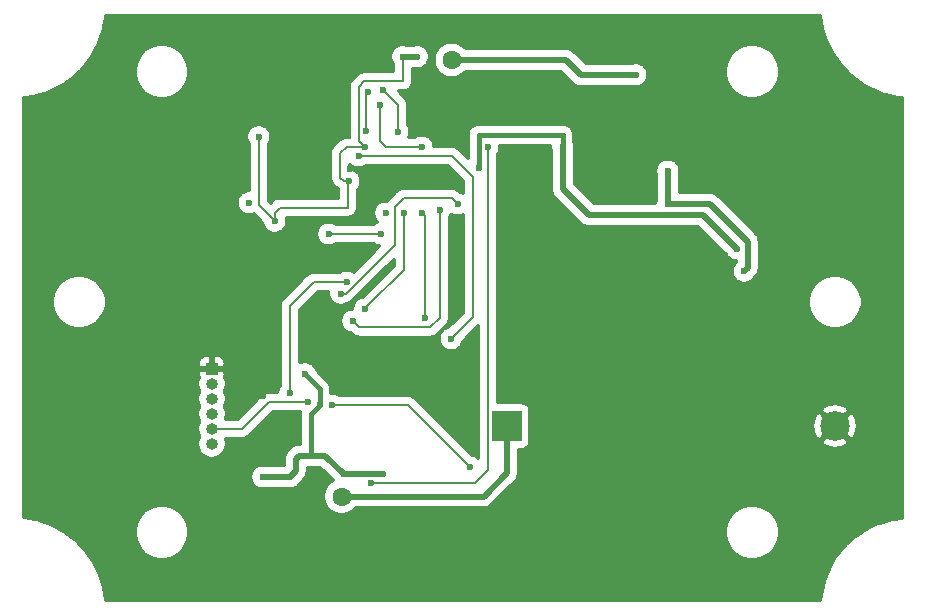
<source format=gbr>
G04 #@! TF.GenerationSoftware,KiCad,Pcbnew,5.1.5+dfsg1-2build2*
G04 #@! TF.CreationDate,2020-09-18T15:20:15+03:00*
G04 #@! TF.ProjectId,NRF_SENDER,4e52465f-5345-44e4-9445-522e6b696361,rev?*
G04 #@! TF.SameCoordinates,Original*
G04 #@! TF.FileFunction,Copper,L2,Bot*
G04 #@! TF.FilePolarity,Positive*
%FSLAX46Y46*%
G04 Gerber Fmt 4.6, Leading zero omitted, Abs format (unit mm)*
G04 Created by KiCad (PCBNEW 5.1.5+dfsg1-2build2) date 2020-09-18 15:20:15*
%MOMM*%
%LPD*%
G04 APERTURE LIST*
%ADD10O,1.000000X1.000000*%
%ADD11R,1.000000X1.000000*%
%ADD12C,2.500000*%
%ADD13R,2.500000X2.500000*%
%ADD14C,0.600000*%
%ADD15C,1.600000*%
%ADD16C,0.200000*%
%ADD17C,0.500000*%
%ADD18C,0.400000*%
%ADD19C,0.300000*%
G04 APERTURE END LIST*
D10*
X70866000Y-79756000D03*
X70866000Y-78486000D03*
X70866000Y-77216000D03*
X70866000Y-75946000D03*
X70866000Y-74676000D03*
D11*
X70866000Y-73406000D03*
D12*
X123640000Y-78240000D03*
D13*
X95840000Y-78240000D03*
D14*
X87122000Y-60198000D03*
X83820000Y-68326000D03*
X88646000Y-60198000D03*
X88900000Y-69088000D03*
X85598000Y-60198000D03*
X82530000Y-56470000D03*
X82241508Y-53598492D03*
X83509990Y-48205006D03*
X73406000Y-73406000D03*
X70866000Y-69342000D03*
X75184000Y-75692000D03*
X79340000Y-83940000D03*
X75438000Y-83820000D03*
X81534000Y-68580000D03*
X74040000Y-62340000D03*
X62640000Y-57940000D03*
X69140000Y-44240000D03*
X74140000Y-44240000D03*
X79140000Y-44240000D03*
X84140000Y-44240000D03*
X89140000Y-44240000D03*
X99140000Y-44240000D03*
X104140000Y-44240000D03*
X109140000Y-44240000D03*
X114140000Y-44240000D03*
X119140000Y-44240000D03*
X121640000Y-46740000D03*
X124140000Y-49240000D03*
X126640000Y-51740000D03*
X126640000Y-56740000D03*
X126640000Y-61740000D03*
X126640000Y-71740000D03*
X126640000Y-76740000D03*
X126640000Y-84240000D03*
X124140000Y-86740000D03*
X121640000Y-89240000D03*
X119140000Y-91740000D03*
X114140000Y-91740000D03*
X109140000Y-91740000D03*
X104140000Y-91740000D03*
X99140000Y-91740000D03*
X94140000Y-91740000D03*
X89140000Y-91740000D03*
X84140000Y-91740000D03*
X79140000Y-91740000D03*
X74140000Y-91740000D03*
X69140000Y-91740000D03*
X64140000Y-91740000D03*
X61640000Y-89240000D03*
X59140000Y-86740000D03*
X56640000Y-84240000D03*
X56640000Y-79240000D03*
X56640000Y-74240000D03*
X56640000Y-64240000D03*
X56640000Y-59240000D03*
X56640000Y-54240000D03*
X56640000Y-51740000D03*
X59140000Y-49240000D03*
X61640000Y-46740000D03*
X64140000Y-44240000D03*
X94140000Y-44240000D03*
X69140000Y-64240000D03*
X64140000Y-74240000D03*
X64140000Y-81740000D03*
X71640000Y-86740000D03*
X91640000Y-86740000D03*
X99140000Y-84240000D03*
X106640000Y-86740000D03*
X111640000Y-81740000D03*
X119140000Y-81740000D03*
X119140000Y-74240000D03*
X116640000Y-69240000D03*
X121640000Y-56740000D03*
X114140000Y-51740000D03*
X99140000Y-49240000D03*
X64140000Y-64240000D03*
X77040000Y-63540000D03*
X67240000Y-55040000D03*
X65040000Y-54740000D03*
X63240000Y-55940000D03*
X63140000Y-59940000D03*
X64440000Y-61240000D03*
X66440000Y-61340000D03*
X67740000Y-60040000D03*
X70840000Y-59240000D03*
X71340000Y-61340000D03*
X70840000Y-53240000D03*
X97140000Y-54740000D03*
X99140000Y-54740000D03*
X97140000Y-56740000D03*
X99140000Y-56740000D03*
X99140000Y-58740000D03*
X97140000Y-58740000D03*
X95140000Y-58740000D03*
X95140000Y-56740000D03*
X122140000Y-61740000D03*
X121140000Y-52740000D03*
X99140000Y-51340000D03*
X97140000Y-49140000D03*
X95640000Y-51340000D03*
X94240000Y-50140000D03*
X69640000Y-54740000D03*
X75340000Y-48340000D03*
X73540000Y-48340000D03*
X74440000Y-46440000D03*
X73340000Y-51940000D03*
X79140000Y-58240000D03*
X78140000Y-58240000D03*
X77140000Y-58240000D03*
X77140000Y-57240000D03*
X78140000Y-57240000D03*
X79140000Y-57240000D03*
X79140000Y-56240000D03*
X78140000Y-56240000D03*
X77140000Y-56240000D03*
X77470000Y-82550000D03*
X75184000Y-82550000D03*
X85344000Y-82296000D03*
X80010000Y-76454000D03*
X78740000Y-73822000D03*
X93472000Y-56388000D03*
X100584000Y-54610000D03*
X79480990Y-80772000D03*
X115310000Y-63230000D03*
X82040000Y-82340000D03*
X78994000Y-76200000D03*
X76190000Y-60899990D03*
X82470000Y-57510000D03*
X87020000Y-46970000D03*
X88265000Y-46970000D03*
X83820000Y-54610000D03*
X106760000Y-48500000D03*
D15*
X91186000Y-47244000D03*
D14*
X74840000Y-53740000D03*
D15*
X81857988Y-84209055D03*
D14*
X81026000Y-76454000D03*
X92740000Y-81740000D03*
X109474000Y-56642000D03*
X109474000Y-59436000D03*
X115945999Y-65146000D03*
X94234000Y-54610000D03*
X84328000Y-83069990D03*
X86614000Y-53340000D03*
X85344000Y-49784000D03*
X91694000Y-59436000D03*
X81788000Y-67017987D03*
X90170000Y-59944000D03*
X82804000Y-69342000D03*
X85090000Y-51054000D03*
X88646000Y-54610000D03*
X83920000Y-53220000D03*
X84110000Y-49990000D03*
X74043645Y-59330991D03*
X82296000Y-66040000D03*
X77470000Y-75438000D03*
X80772000Y-61976000D03*
X85182010Y-61976000D03*
X83312000Y-55372000D03*
X91140000Y-70840000D03*
D16*
X87122000Y-60198000D02*
X87122000Y-65024000D01*
X84119999Y-68026001D02*
X83820000Y-68326000D01*
X87122000Y-65024000D02*
X84119999Y-68026001D01*
X88900000Y-60452000D02*
X88646000Y-60198000D01*
X88900000Y-69088000D02*
X88900000Y-60452000D01*
X82530000Y-53886984D02*
X82241508Y-53598492D01*
X82241508Y-53598492D02*
X82241508Y-49473488D01*
X83209991Y-48505005D02*
X83509990Y-48205006D01*
X82241508Y-49473488D02*
X83209991Y-48505005D01*
X73406000Y-71882000D02*
X70866000Y-69342000D01*
X73406000Y-73406000D02*
X73406000Y-71882000D01*
X75184000Y-75692000D02*
X75184000Y-73914000D01*
X74676000Y-73406000D02*
X73406000Y-73406000D01*
X75184000Y-73914000D02*
X74676000Y-73406000D01*
X78740000Y-83820000D02*
X75438000Y-83820000D01*
D17*
X77470000Y-82550000D02*
X77978000Y-82042000D01*
X77978000Y-82042000D02*
X77978000Y-81026000D01*
X77978000Y-81026000D02*
X78232000Y-80772000D01*
X77470000Y-82550000D02*
X75184000Y-82550000D01*
D18*
X80010000Y-76454000D02*
X79248000Y-77216000D01*
X79248000Y-77216000D02*
X79248000Y-80518000D01*
X79248000Y-80518000D02*
X78994000Y-80772000D01*
D17*
X78232000Y-80772000D02*
X78994000Y-80772000D01*
D18*
X80010000Y-75092000D02*
X80010000Y-76454000D01*
X78740000Y-73822000D02*
X80010000Y-75092000D01*
X93472000Y-56388000D02*
X93472000Y-53594000D01*
X93472000Y-53594000D02*
X100584000Y-53594000D01*
X100584000Y-53594000D02*
X100584000Y-54610000D01*
D17*
X78994000Y-80772000D02*
X79480990Y-80772000D01*
X112477324Y-60397324D02*
X115010001Y-62930001D01*
X115010001Y-62930001D02*
X115310000Y-63230000D01*
X112477324Y-60397324D02*
X102797324Y-60397324D01*
X100584000Y-58184000D02*
X100584000Y-54610000D01*
X102797324Y-60397324D02*
X100584000Y-58184000D01*
X79480990Y-80772000D02*
X80472000Y-80772000D01*
X85344000Y-82296000D02*
X82084000Y-82296000D01*
X82084000Y-82296000D02*
X82040000Y-82340000D01*
X80472000Y-80772000D02*
X82040000Y-82340000D01*
D16*
X78994000Y-76200000D02*
X75692000Y-76200000D01*
X73406000Y-78486000D02*
X70866000Y-78486000D01*
X75692000Y-76200000D02*
X73406000Y-78486000D01*
D17*
X87020000Y-46970000D02*
X88265000Y-46970000D01*
X102108000Y-48514000D02*
X106680000Y-48514000D01*
X100838000Y-47244000D02*
X102108000Y-48514000D01*
X91186000Y-47244000D02*
X100838000Y-47244000D01*
D16*
X87020000Y-49060000D02*
X87020000Y-46970000D01*
X83782000Y-49060000D02*
X87020000Y-49060000D01*
X83312000Y-49530000D02*
X83782000Y-49060000D01*
X83312000Y-54102000D02*
X83312000Y-49530000D01*
X83820000Y-54610000D02*
X83312000Y-54102000D01*
X80340000Y-59740000D02*
X76630000Y-59740000D01*
X82370000Y-59740000D02*
X80240000Y-59740000D01*
X82370000Y-57610000D02*
X82370000Y-59740000D01*
X76240000Y-60140000D02*
X76240000Y-60979990D01*
X76640000Y-59740000D02*
X76260000Y-60120000D01*
X82270000Y-54610000D02*
X83820000Y-54610000D01*
X81740000Y-55140000D02*
X82270000Y-54610000D01*
X81740000Y-57204264D02*
X81740000Y-55140000D01*
X82045736Y-57510000D02*
X81740000Y-57204264D01*
X82470000Y-57510000D02*
X82045736Y-57510000D01*
X74840000Y-54164264D02*
X74840000Y-53740000D01*
X76190000Y-60899990D02*
X74840000Y-59549990D01*
X74840000Y-59549990D02*
X74840000Y-54164264D01*
D17*
X82989358Y-84209055D02*
X81857988Y-84209055D01*
X92570945Y-84209055D02*
X82989358Y-84209055D01*
X92570945Y-84209055D02*
X93870945Y-84209055D01*
X95840000Y-82240000D02*
X95840000Y-78240000D01*
X93870945Y-84209055D02*
X95840000Y-82240000D01*
D16*
X92440001Y-81440001D02*
X92740000Y-81740000D01*
X87454000Y-76454000D02*
X92440001Y-81440001D01*
X81026000Y-76454000D02*
X87454000Y-76454000D01*
D17*
X109474000Y-59436000D02*
X109474000Y-56642000D01*
X116245998Y-64846001D02*
X115945999Y-65146000D01*
X116245998Y-62651998D02*
X116245998Y-64846001D01*
X113030000Y-59436000D02*
X116245998Y-62651998D01*
X109474000Y-59436000D02*
X113030000Y-59436000D01*
D16*
X94234000Y-55034264D02*
X94234000Y-54610000D01*
X94234000Y-81946000D02*
X94234000Y-55034264D01*
X93110010Y-83069990D02*
X94234000Y-81946000D01*
X84328000Y-83069990D02*
X93110010Y-83069990D01*
X86614000Y-51054000D02*
X85344000Y-49784000D01*
X86614000Y-53340000D02*
X86614000Y-51054000D01*
X91694000Y-59436000D02*
X91186000Y-58928000D01*
X86360000Y-59690000D02*
X86360000Y-62870251D01*
X82212264Y-67017987D02*
X81788000Y-67017987D01*
X91186000Y-58928000D02*
X87122000Y-58928000D01*
X86360000Y-62870251D02*
X82212264Y-67017987D01*
X87122000Y-58928000D02*
X86360000Y-59690000D01*
X83103999Y-69641999D02*
X82804000Y-69342000D01*
X89362001Y-69895999D02*
X83357999Y-69895999D01*
X83357999Y-69895999D02*
X83103999Y-69641999D01*
X90170000Y-59944000D02*
X90170000Y-69088000D01*
X90170000Y-69088000D02*
X89362001Y-69895999D01*
X85090000Y-51054000D02*
X85090000Y-54102000D01*
X85090000Y-54102000D02*
X85598000Y-54610000D01*
X86232002Y-54610000D02*
X88646000Y-54610000D01*
X85598000Y-54610000D02*
X86232002Y-54610000D01*
X83920000Y-50180000D02*
X84110000Y-49990000D01*
X83920000Y-53220000D02*
X83920000Y-50180000D01*
X79502000Y-66040000D02*
X82296000Y-66040000D01*
X77470000Y-68072000D02*
X79502000Y-66040000D01*
X77470000Y-75438000D02*
X77470000Y-68072000D01*
X80772000Y-61976000D02*
X85182010Y-61976000D01*
X92964000Y-69016000D02*
X91439999Y-70540001D01*
X92964000Y-57150000D02*
X92964000Y-69016000D01*
X91186000Y-55372000D02*
X92964000Y-57150000D01*
X83312000Y-55372000D02*
X91186000Y-55372000D01*
X91439999Y-70540001D02*
X91140000Y-70840000D01*
D19*
G36*
X122533944Y-44504320D02*
G01*
X122545495Y-44552434D01*
X122555771Y-44600779D01*
X122561970Y-44621058D01*
X122878272Y-45609186D01*
X122896813Y-45655077D01*
X122914118Y-45701360D01*
X122923246Y-45720500D01*
X123382129Y-46651022D01*
X123407235Y-46693644D01*
X123431205Y-46736886D01*
X123443062Y-46754466D01*
X124034444Y-47606940D01*
X124065578Y-47645387D01*
X124095673Y-47684608D01*
X124109998Y-47700242D01*
X124820889Y-48455940D01*
X124857366Y-48489365D01*
X124892924Y-48523703D01*
X124909403Y-48537048D01*
X125724184Y-49179370D01*
X125765202Y-49207037D01*
X125805444Y-49235741D01*
X125823714Y-49246504D01*
X126724486Y-49761338D01*
X126769125Y-49782630D01*
X126813187Y-49805080D01*
X126832847Y-49813023D01*
X127799823Y-50189059D01*
X127847128Y-50203522D01*
X127894014Y-50219210D01*
X127914622Y-50224157D01*
X127914634Y-50224161D01*
X127914644Y-50224163D01*
X128926569Y-50453138D01*
X128975492Y-50460450D01*
X129024182Y-50469035D01*
X129045306Y-50470884D01*
X129330001Y-50492041D01*
X129330000Y-85985331D01*
X128560115Y-86088010D01*
X128541423Y-86091965D01*
X128522413Y-86093945D01*
X128439902Y-86113445D01*
X127425040Y-86410146D01*
X127407158Y-86416884D01*
X127388669Y-86421716D01*
X127310079Y-86453464D01*
X127310057Y-86453472D01*
X127310051Y-86453475D01*
X126351752Y-86900268D01*
X126335094Y-86909634D01*
X126317549Y-86917207D01*
X126244645Y-86960489D01*
X125364949Y-87547098D01*
X125349902Y-87558874D01*
X125333702Y-87569015D01*
X125268183Y-87622826D01*
X124487340Y-88335749D01*
X124474247Y-88349666D01*
X124459768Y-88362140D01*
X124403143Y-88425243D01*
X123739122Y-89248074D01*
X123728288Y-89263806D01*
X123715859Y-89278331D01*
X123669431Y-89349273D01*
X123137512Y-90263077D01*
X123129181Y-90280270D01*
X123119093Y-90296506D01*
X123083930Y-90373654D01*
X122696353Y-91357402D01*
X122690718Y-91375659D01*
X122683203Y-91393232D01*
X122660114Y-91474811D01*
X122425800Y-92505866D01*
X122422991Y-92524766D01*
X122418221Y-92543273D01*
X122407736Y-92627407D01*
X122386028Y-92930000D01*
X61906428Y-92930000D01*
X61746119Y-91945666D01*
X61734569Y-91897556D01*
X61724292Y-91849206D01*
X61718093Y-91828928D01*
X61401786Y-90840790D01*
X61383256Y-90794925D01*
X61365941Y-90748615D01*
X61356816Y-90729482D01*
X61356813Y-90729475D01*
X61356810Y-90729470D01*
X60897926Y-89798945D01*
X60872813Y-89756311D01*
X60848850Y-89713081D01*
X60836993Y-89695501D01*
X60245605Y-88843020D01*
X60214477Y-88804580D01*
X60184377Y-88765353D01*
X60170052Y-88749719D01*
X59459156Y-87994013D01*
X59422676Y-87960585D01*
X59387119Y-87926249D01*
X59370649Y-87912911D01*
X59370641Y-87912904D01*
X59370634Y-87912899D01*
X58555852Y-87270577D01*
X58514823Y-87242902D01*
X58474592Y-87214206D01*
X58456322Y-87203443D01*
X58456321Y-87203442D01*
X58456316Y-87203440D01*
X58120702Y-87011620D01*
X64321220Y-87011620D01*
X64321220Y-87468380D01*
X64410329Y-87916363D01*
X64585123Y-88338354D01*
X64838886Y-88718136D01*
X65161864Y-89041114D01*
X65541646Y-89294877D01*
X65963637Y-89469671D01*
X66411620Y-89558780D01*
X66868380Y-89558780D01*
X67316363Y-89469671D01*
X67738354Y-89294877D01*
X68118136Y-89041114D01*
X68441114Y-88718136D01*
X68694877Y-88338354D01*
X68869671Y-87916363D01*
X68958780Y-87468380D01*
X68958780Y-87011620D01*
X114321220Y-87011620D01*
X114321220Y-87468380D01*
X114410329Y-87916363D01*
X114585123Y-88338354D01*
X114838886Y-88718136D01*
X115161864Y-89041114D01*
X115541646Y-89294877D01*
X115963637Y-89469671D01*
X116411620Y-89558780D01*
X116868380Y-89558780D01*
X117316363Y-89469671D01*
X117738354Y-89294877D01*
X118118136Y-89041114D01*
X118441114Y-88718136D01*
X118694877Y-88338354D01*
X118869671Y-87916363D01*
X118958780Y-87468380D01*
X118958780Y-87011620D01*
X118869671Y-86563637D01*
X118694877Y-86141646D01*
X118441114Y-85761864D01*
X118118136Y-85438886D01*
X117738354Y-85185123D01*
X117316363Y-85010329D01*
X116868380Y-84921220D01*
X116411620Y-84921220D01*
X115963637Y-85010329D01*
X115541646Y-85185123D01*
X115161864Y-85438886D01*
X114838886Y-85761864D01*
X114585123Y-86141646D01*
X114410329Y-86563637D01*
X114321220Y-87011620D01*
X68958780Y-87011620D01*
X68869671Y-86563637D01*
X68694877Y-86141646D01*
X68441114Y-85761864D01*
X68118136Y-85438886D01*
X67738354Y-85185123D01*
X67316363Y-85010329D01*
X66868380Y-84921220D01*
X66411620Y-84921220D01*
X65963637Y-85010329D01*
X65541646Y-85185123D01*
X65161864Y-85438886D01*
X64838886Y-85761864D01*
X64585123Y-86141646D01*
X64410329Y-86563637D01*
X64321220Y-87011620D01*
X58120702Y-87011620D01*
X57555541Y-86688604D01*
X57510867Y-86667296D01*
X57466841Y-86644863D01*
X57447194Y-86636925D01*
X57447180Y-86636918D01*
X57447168Y-86636914D01*
X56480195Y-86260879D01*
X56432891Y-86246417D01*
X56386005Y-86230729D01*
X56365397Y-86225782D01*
X56365385Y-86225778D01*
X56365375Y-86225776D01*
X55353440Y-85996799D01*
X55304517Y-85989487D01*
X55255827Y-85980902D01*
X55234703Y-85979053D01*
X54950000Y-85957896D01*
X54950000Y-74552886D01*
X69616000Y-74552886D01*
X69616000Y-74799114D01*
X69664037Y-75040611D01*
X69758265Y-75268097D01*
X69786932Y-75311000D01*
X69758265Y-75353903D01*
X69664037Y-75581389D01*
X69616000Y-75822886D01*
X69616000Y-76069114D01*
X69664037Y-76310611D01*
X69758265Y-76538097D01*
X69786932Y-76581000D01*
X69758265Y-76623903D01*
X69664037Y-76851389D01*
X69616000Y-77092886D01*
X69616000Y-77339114D01*
X69664037Y-77580611D01*
X69758265Y-77808097D01*
X69786932Y-77851000D01*
X69758265Y-77893903D01*
X69664037Y-78121389D01*
X69616000Y-78362886D01*
X69616000Y-78609114D01*
X69664037Y-78850611D01*
X69758265Y-79078097D01*
X69786932Y-79121000D01*
X69758265Y-79163903D01*
X69664037Y-79391389D01*
X69616000Y-79632886D01*
X69616000Y-79879114D01*
X69664037Y-80120611D01*
X69758265Y-80348097D01*
X69895062Y-80552828D01*
X70069172Y-80726938D01*
X70273903Y-80863735D01*
X70501389Y-80957963D01*
X70742886Y-81006000D01*
X70989114Y-81006000D01*
X71230611Y-80957963D01*
X71458097Y-80863735D01*
X71662828Y-80726938D01*
X71836938Y-80552828D01*
X71973735Y-80348097D01*
X72067963Y-80120611D01*
X72116000Y-79879114D01*
X72116000Y-79632886D01*
X72067963Y-79391389D01*
X72045020Y-79336000D01*
X73364259Y-79336000D01*
X73406000Y-79340111D01*
X73447741Y-79336000D01*
X73447749Y-79336000D01*
X73572629Y-79323700D01*
X73732855Y-79275097D01*
X73880519Y-79196168D01*
X74009948Y-79089948D01*
X74036566Y-79057514D01*
X76044081Y-77050000D01*
X78309753Y-77050000D01*
X78298000Y-77169336D01*
X78298000Y-77169346D01*
X78293405Y-77216000D01*
X78298000Y-77262655D01*
X78298001Y-79772000D01*
X78281117Y-79772000D01*
X78231999Y-79767162D01*
X78182881Y-79772000D01*
X78182880Y-79772000D01*
X78035966Y-79786470D01*
X77847465Y-79843651D01*
X77673742Y-79936508D01*
X77521472Y-80061472D01*
X77490151Y-80099637D01*
X77305633Y-80284155D01*
X77267473Y-80315472D01*
X77142509Y-80467742D01*
X77115645Y-80518001D01*
X77049651Y-80641466D01*
X76992470Y-80829966D01*
X76973162Y-81026000D01*
X76978001Y-81075129D01*
X76978000Y-81550000D01*
X75513571Y-81550000D01*
X75490274Y-81540350D01*
X75287416Y-81500000D01*
X75080584Y-81500000D01*
X74877726Y-81540350D01*
X74686638Y-81619502D01*
X74514664Y-81734411D01*
X74368411Y-81880664D01*
X74253502Y-82052638D01*
X74174350Y-82243726D01*
X74134000Y-82446584D01*
X74134000Y-82653416D01*
X74174350Y-82856274D01*
X74253502Y-83047362D01*
X74368411Y-83219336D01*
X74514664Y-83365589D01*
X74686638Y-83480498D01*
X74877726Y-83559650D01*
X75080584Y-83600000D01*
X75287416Y-83600000D01*
X75490274Y-83559650D01*
X75513571Y-83550000D01*
X77140429Y-83550000D01*
X77163726Y-83559650D01*
X77366584Y-83600000D01*
X77573416Y-83600000D01*
X77776274Y-83559650D01*
X77967362Y-83480498D01*
X78139336Y-83365589D01*
X78285589Y-83219336D01*
X78400498Y-83047362D01*
X78410148Y-83024064D01*
X78650368Y-82783845D01*
X78688528Y-82752528D01*
X78813492Y-82600258D01*
X78906349Y-82426535D01*
X78963530Y-82238034D01*
X78978000Y-82091120D01*
X78978000Y-82091111D01*
X78982837Y-82042001D01*
X78978000Y-81992891D01*
X78978000Y-81772000D01*
X79151419Y-81772000D01*
X79174716Y-81781650D01*
X79377574Y-81822000D01*
X79584406Y-81822000D01*
X79787264Y-81781650D01*
X79810561Y-81772000D01*
X80057788Y-81772000D01*
X81099852Y-82814065D01*
X81109502Y-82837362D01*
X81113034Y-82842648D01*
X80869920Y-83005091D01*
X80654024Y-83220987D01*
X80484396Y-83474855D01*
X80367553Y-83756937D01*
X80307988Y-84056393D01*
X80307988Y-84361717D01*
X80367553Y-84661173D01*
X80484396Y-84943255D01*
X80654024Y-85197123D01*
X80869920Y-85413019D01*
X81123788Y-85582647D01*
X81405870Y-85699490D01*
X81705326Y-85759055D01*
X82010650Y-85759055D01*
X82310106Y-85699490D01*
X82592188Y-85582647D01*
X82846056Y-85413019D01*
X83050020Y-85209055D01*
X93821825Y-85209055D01*
X93870945Y-85213893D01*
X93920065Y-85209055D01*
X94066979Y-85194585D01*
X94255480Y-85137404D01*
X94429203Y-85044547D01*
X94581473Y-84919583D01*
X94612794Y-84881418D01*
X96512368Y-82981845D01*
X96550528Y-82950528D01*
X96675492Y-82798258D01*
X96768349Y-82624535D01*
X96825530Y-82436034D01*
X96840000Y-82289120D01*
X96840000Y-82289119D01*
X96844838Y-82240001D01*
X96840000Y-82190883D01*
X96840000Y-80243628D01*
X97090000Y-80243628D01*
X97237026Y-80229147D01*
X97378401Y-80186261D01*
X97508693Y-80116619D01*
X97622895Y-80022895D01*
X97716619Y-79908693D01*
X97786261Y-79778401D01*
X97829147Y-79637026D01*
X97837647Y-79550724D01*
X122476354Y-79550724D01*
X122598876Y-79849919D01*
X122932960Y-80022098D01*
X123294216Y-80125792D01*
X123668760Y-80157015D01*
X124042199Y-80114569D01*
X124400181Y-80000085D01*
X124681124Y-79849919D01*
X124803646Y-79550724D01*
X123640000Y-78387078D01*
X122476354Y-79550724D01*
X97837647Y-79550724D01*
X97843628Y-79490000D01*
X97843628Y-78268760D01*
X121722985Y-78268760D01*
X121765431Y-78642199D01*
X121879915Y-79000181D01*
X122030081Y-79281124D01*
X122329276Y-79403646D01*
X123492922Y-78240000D01*
X123787078Y-78240000D01*
X124950724Y-79403646D01*
X125249919Y-79281124D01*
X125422098Y-78947040D01*
X125525792Y-78585784D01*
X125557015Y-78211240D01*
X125514569Y-77837801D01*
X125400085Y-77479819D01*
X125249919Y-77198876D01*
X124950724Y-77076354D01*
X123787078Y-78240000D01*
X123492922Y-78240000D01*
X122329276Y-77076354D01*
X122030081Y-77198876D01*
X121857902Y-77532960D01*
X121754208Y-77894216D01*
X121722985Y-78268760D01*
X97843628Y-78268760D01*
X97843628Y-76990000D01*
X97837648Y-76929276D01*
X122476354Y-76929276D01*
X123640000Y-78092922D01*
X124803646Y-76929276D01*
X124681124Y-76630081D01*
X124347040Y-76457902D01*
X123985784Y-76354208D01*
X123611240Y-76322985D01*
X123237801Y-76365431D01*
X122879819Y-76479915D01*
X122598876Y-76630081D01*
X122476354Y-76929276D01*
X97837648Y-76929276D01*
X97829147Y-76842974D01*
X97786261Y-76701599D01*
X97716619Y-76571307D01*
X97622895Y-76457105D01*
X97508693Y-76363381D01*
X97378401Y-76293739D01*
X97237026Y-76250853D01*
X97090000Y-76236372D01*
X95084000Y-76236372D01*
X95084000Y-67511620D01*
X121321220Y-67511620D01*
X121321220Y-67968380D01*
X121410329Y-68416363D01*
X121585123Y-68838354D01*
X121838886Y-69218136D01*
X122161864Y-69541114D01*
X122541646Y-69794877D01*
X122963637Y-69969671D01*
X123411620Y-70058780D01*
X123868380Y-70058780D01*
X124316363Y-69969671D01*
X124738354Y-69794877D01*
X125118136Y-69541114D01*
X125441114Y-69218136D01*
X125694877Y-68838354D01*
X125869671Y-68416363D01*
X125958780Y-67968380D01*
X125958780Y-67511620D01*
X125869671Y-67063637D01*
X125694877Y-66641646D01*
X125441114Y-66261864D01*
X125118136Y-65938886D01*
X124738354Y-65685123D01*
X124316363Y-65510329D01*
X123868380Y-65421220D01*
X123411620Y-65421220D01*
X122963637Y-65510329D01*
X122541646Y-65685123D01*
X122161864Y-65938886D01*
X121838886Y-66261864D01*
X121585123Y-66641646D01*
X121410329Y-67063637D01*
X121321220Y-67511620D01*
X95084000Y-67511620D01*
X95084000Y-55227836D01*
X95164498Y-55107362D01*
X95243650Y-54916274D01*
X95284000Y-54713416D01*
X95284000Y-54544000D01*
X99534000Y-54544000D01*
X99534000Y-54713416D01*
X99574350Y-54916274D01*
X99584001Y-54939573D01*
X99584000Y-58134880D01*
X99579162Y-58184000D01*
X99598470Y-58380034D01*
X99637182Y-58507651D01*
X99655651Y-58568534D01*
X99748508Y-58742258D01*
X99873472Y-58894528D01*
X99911637Y-58925849D01*
X102055479Y-61069692D01*
X102086796Y-61107852D01*
X102183121Y-61186903D01*
X102239066Y-61232816D01*
X102412789Y-61325673D01*
X102601290Y-61382854D01*
X102797324Y-61402162D01*
X102846444Y-61397324D01*
X112063112Y-61397324D01*
X114337627Y-63671840D01*
X114337632Y-63671844D01*
X114369851Y-63704064D01*
X114379502Y-63727362D01*
X114494411Y-63899336D01*
X114640664Y-64045589D01*
X114812638Y-64160498D01*
X115003726Y-64239650D01*
X115206584Y-64280000D01*
X115245999Y-64280000D01*
X115245999Y-64361075D01*
X115130410Y-64476664D01*
X115015501Y-64648638D01*
X114936349Y-64839726D01*
X114895999Y-65042584D01*
X114895999Y-65249416D01*
X114936349Y-65452274D01*
X115015501Y-65643362D01*
X115130410Y-65815336D01*
X115276663Y-65961589D01*
X115448637Y-66076498D01*
X115639725Y-66155650D01*
X115842583Y-66196000D01*
X116049415Y-66196000D01*
X116252273Y-66155650D01*
X116443361Y-66076498D01*
X116615335Y-65961589D01*
X116761588Y-65815336D01*
X116876497Y-65643362D01*
X116886147Y-65620064D01*
X116918365Y-65587846D01*
X116956526Y-65556529D01*
X117081490Y-65404259D01*
X117174347Y-65230536D01*
X117231528Y-65042035D01*
X117245998Y-64895121D01*
X117250836Y-64846001D01*
X117245998Y-64796881D01*
X117245998Y-62701118D01*
X117250836Y-62651998D01*
X117231528Y-62455963D01*
X117174347Y-62267463D01*
X117173727Y-62266303D01*
X117081490Y-62093740D01*
X116956526Y-61941470D01*
X116918366Y-61910153D01*
X113771849Y-58763637D01*
X113740528Y-58725472D01*
X113588258Y-58600508D01*
X113414535Y-58507651D01*
X113226034Y-58450470D01*
X113079120Y-58436000D01*
X113030000Y-58431162D01*
X112980880Y-58436000D01*
X110474000Y-58436000D01*
X110474000Y-56971571D01*
X110483650Y-56948274D01*
X110524000Y-56745416D01*
X110524000Y-56538584D01*
X110483650Y-56335726D01*
X110404498Y-56144638D01*
X110289589Y-55972664D01*
X110143336Y-55826411D01*
X109971362Y-55711502D01*
X109780274Y-55632350D01*
X109577416Y-55592000D01*
X109370584Y-55592000D01*
X109167726Y-55632350D01*
X108976638Y-55711502D01*
X108804664Y-55826411D01*
X108658411Y-55972664D01*
X108543502Y-56144638D01*
X108464350Y-56335726D01*
X108424000Y-56538584D01*
X108424000Y-56745416D01*
X108464350Y-56948274D01*
X108474001Y-56971573D01*
X108474000Y-59106429D01*
X108464350Y-59129726D01*
X108424000Y-59332584D01*
X108424000Y-59397324D01*
X103211537Y-59397324D01*
X101584000Y-57769788D01*
X101584000Y-54939571D01*
X101593650Y-54916274D01*
X101634000Y-54713416D01*
X101634000Y-54506584D01*
X101593650Y-54303726D01*
X101534000Y-54159720D01*
X101534000Y-53640665D01*
X101538596Y-53594000D01*
X101520254Y-53407768D01*
X101465932Y-53228692D01*
X101377718Y-53063655D01*
X101259001Y-52918999D01*
X101114345Y-52800282D01*
X100949308Y-52712068D01*
X100770232Y-52657746D01*
X100630665Y-52644000D01*
X100630664Y-52644000D01*
X100584000Y-52639404D01*
X100537335Y-52644000D01*
X93518665Y-52644000D01*
X93472000Y-52639404D01*
X93425336Y-52644000D01*
X93425335Y-52644000D01*
X93285768Y-52657746D01*
X93106692Y-52712068D01*
X92941655Y-52800282D01*
X92796999Y-52918999D01*
X92678282Y-53063655D01*
X92590068Y-53228692D01*
X92535746Y-53407768D01*
X92517404Y-53594000D01*
X92522001Y-53640674D01*
X92522000Y-55505920D01*
X91816566Y-54800486D01*
X91789948Y-54768052D01*
X91660519Y-54661832D01*
X91512855Y-54582903D01*
X91352629Y-54534300D01*
X91227749Y-54522000D01*
X91227741Y-54522000D01*
X91186000Y-54517889D01*
X91144259Y-54522000D01*
X89696000Y-54522000D01*
X89696000Y-54506584D01*
X89655650Y-54303726D01*
X89576498Y-54112638D01*
X89461589Y-53940664D01*
X89315336Y-53794411D01*
X89143362Y-53679502D01*
X88952274Y-53600350D01*
X88749416Y-53560000D01*
X88542584Y-53560000D01*
X88339726Y-53600350D01*
X88148638Y-53679502D01*
X88028164Y-53760000D01*
X87576543Y-53760000D01*
X87623650Y-53646274D01*
X87664000Y-53443416D01*
X87664000Y-53236584D01*
X87623650Y-53033726D01*
X87544498Y-52842638D01*
X87464000Y-52722164D01*
X87464000Y-51095740D01*
X87468111Y-51053999D01*
X87464000Y-51012258D01*
X87464000Y-51012251D01*
X87451700Y-50887371D01*
X87435511Y-50834000D01*
X87403097Y-50727145D01*
X87366852Y-50659336D01*
X87324168Y-50579481D01*
X87217948Y-50450052D01*
X87185519Y-50423438D01*
X86672081Y-49910000D01*
X86978251Y-49910000D01*
X87020000Y-49914112D01*
X87061748Y-49910000D01*
X87061749Y-49910000D01*
X87186629Y-49897700D01*
X87346855Y-49849097D01*
X87494519Y-49770168D01*
X87623948Y-49663948D01*
X87730168Y-49534519D01*
X87809097Y-49386855D01*
X87857700Y-49226629D01*
X87874112Y-49060000D01*
X87870000Y-49018251D01*
X87870000Y-47970000D01*
X87935429Y-47970000D01*
X87958726Y-47979650D01*
X88161584Y-48020000D01*
X88368416Y-48020000D01*
X88571274Y-47979650D01*
X88762362Y-47900498D01*
X88934336Y-47785589D01*
X89080589Y-47639336D01*
X89195498Y-47467362D01*
X89274650Y-47276274D01*
X89311435Y-47091338D01*
X89636000Y-47091338D01*
X89636000Y-47396662D01*
X89695565Y-47696118D01*
X89812408Y-47978200D01*
X89982036Y-48232068D01*
X90197932Y-48447964D01*
X90451800Y-48617592D01*
X90733882Y-48734435D01*
X91033338Y-48794000D01*
X91338662Y-48794000D01*
X91638118Y-48734435D01*
X91920200Y-48617592D01*
X92174068Y-48447964D01*
X92378032Y-48244000D01*
X100423788Y-48244000D01*
X101366155Y-49186368D01*
X101397472Y-49224528D01*
X101549742Y-49349492D01*
X101723465Y-49442349D01*
X101911966Y-49499530D01*
X102058880Y-49514000D01*
X102058881Y-49514000D01*
X102107999Y-49518838D01*
X102157117Y-49514000D01*
X106475595Y-49514000D01*
X106656584Y-49550000D01*
X106863416Y-49550000D01*
X107066274Y-49509650D01*
X107257362Y-49430498D01*
X107429336Y-49315589D01*
X107575589Y-49169336D01*
X107690498Y-48997362D01*
X107769650Y-48806274D01*
X107810000Y-48603416D01*
X107810000Y-48396584D01*
X107769650Y-48193726D01*
X107694219Y-48011620D01*
X114321220Y-48011620D01*
X114321220Y-48468380D01*
X114410329Y-48916363D01*
X114585123Y-49338354D01*
X114838886Y-49718136D01*
X115161864Y-50041114D01*
X115541646Y-50294877D01*
X115963637Y-50469671D01*
X116411620Y-50558780D01*
X116868380Y-50558780D01*
X117316363Y-50469671D01*
X117738354Y-50294877D01*
X118118136Y-50041114D01*
X118441114Y-49718136D01*
X118694877Y-49338354D01*
X118869671Y-48916363D01*
X118958780Y-48468380D01*
X118958780Y-48011620D01*
X118869671Y-47563637D01*
X118694877Y-47141646D01*
X118441114Y-46761864D01*
X118118136Y-46438886D01*
X117738354Y-46185123D01*
X117316363Y-46010329D01*
X116868380Y-45921220D01*
X116411620Y-45921220D01*
X115963637Y-46010329D01*
X115541646Y-46185123D01*
X115161864Y-46438886D01*
X114838886Y-46761864D01*
X114585123Y-47141646D01*
X114410329Y-47563637D01*
X114321220Y-48011620D01*
X107694219Y-48011620D01*
X107690498Y-48002638D01*
X107575589Y-47830664D01*
X107429336Y-47684411D01*
X107257362Y-47569502D01*
X107066274Y-47490350D01*
X106863416Y-47450000D01*
X106656584Y-47450000D01*
X106453726Y-47490350D01*
X106396630Y-47514000D01*
X102522213Y-47514000D01*
X101579849Y-46571637D01*
X101548528Y-46533472D01*
X101396258Y-46408508D01*
X101222535Y-46315651D01*
X101034034Y-46258470D01*
X100887120Y-46244000D01*
X100838000Y-46239162D01*
X100788880Y-46244000D01*
X92378032Y-46244000D01*
X92174068Y-46040036D01*
X91920200Y-45870408D01*
X91638118Y-45753565D01*
X91338662Y-45694000D01*
X91033338Y-45694000D01*
X90733882Y-45753565D01*
X90451800Y-45870408D01*
X90197932Y-46040036D01*
X89982036Y-46255932D01*
X89812408Y-46509800D01*
X89695565Y-46791882D01*
X89636000Y-47091338D01*
X89311435Y-47091338D01*
X89315000Y-47073416D01*
X89315000Y-46866584D01*
X89274650Y-46663726D01*
X89195498Y-46472638D01*
X89080589Y-46300664D01*
X88934336Y-46154411D01*
X88762362Y-46039502D01*
X88571274Y-45960350D01*
X88368416Y-45920000D01*
X88161584Y-45920000D01*
X87958726Y-45960350D01*
X87935429Y-45970000D01*
X87349571Y-45970000D01*
X87326274Y-45960350D01*
X87123416Y-45920000D01*
X86916584Y-45920000D01*
X86713726Y-45960350D01*
X86522638Y-46039502D01*
X86350664Y-46154411D01*
X86204411Y-46300664D01*
X86089502Y-46472638D01*
X86010350Y-46663726D01*
X85970000Y-46866584D01*
X85970000Y-47073416D01*
X86010350Y-47276274D01*
X86089502Y-47467362D01*
X86170001Y-47587837D01*
X86170000Y-48210000D01*
X83823737Y-48210000D01*
X83781999Y-48205889D01*
X83740261Y-48210000D01*
X83740251Y-48210000D01*
X83615371Y-48222300D01*
X83455145Y-48270903D01*
X83307481Y-48349832D01*
X83178052Y-48456052D01*
X83151438Y-48488481D01*
X82740481Y-48899439D01*
X82708053Y-48926052D01*
X82601833Y-49055481D01*
X82577102Y-49101749D01*
X82522903Y-49203146D01*
X82474300Y-49363371D01*
X82457889Y-49530000D01*
X82462001Y-49571751D01*
X82462000Y-53760000D01*
X82311740Y-53760000D01*
X82269999Y-53755889D01*
X82228258Y-53760000D01*
X82228251Y-53760000D01*
X82119013Y-53770759D01*
X82103370Y-53772300D01*
X82030479Y-53794411D01*
X81943145Y-53820903D01*
X81795481Y-53899832D01*
X81666052Y-54006052D01*
X81639434Y-54038486D01*
X81168481Y-54509439D01*
X81136053Y-54536052D01*
X81029833Y-54665481D01*
X81025537Y-54673519D01*
X80950903Y-54813146D01*
X80902300Y-54973371D01*
X80885889Y-55140000D01*
X80890001Y-55181751D01*
X80890000Y-57162523D01*
X80885889Y-57204264D01*
X80890000Y-57246005D01*
X80890000Y-57246012D01*
X80899513Y-57342596D01*
X80902300Y-57370893D01*
X80944497Y-57510000D01*
X80950903Y-57531118D01*
X81029832Y-57678782D01*
X81136052Y-57808212D01*
X81168486Y-57834830D01*
X81415170Y-58081514D01*
X81441788Y-58113948D01*
X81520000Y-58178135D01*
X81520001Y-58890000D01*
X76681740Y-58890000D01*
X76639999Y-58885889D01*
X76598258Y-58890000D01*
X76588251Y-58890000D01*
X76463371Y-58902300D01*
X76303145Y-58950903D01*
X76155481Y-59029832D01*
X76026052Y-59136052D01*
X75953667Y-59224253D01*
X75835005Y-59342915D01*
X75690000Y-59197910D01*
X75690000Y-54357836D01*
X75770498Y-54237362D01*
X75849650Y-54046274D01*
X75890000Y-53843416D01*
X75890000Y-53636584D01*
X75849650Y-53433726D01*
X75770498Y-53242638D01*
X75655589Y-53070664D01*
X75509336Y-52924411D01*
X75337362Y-52809502D01*
X75146274Y-52730350D01*
X74943416Y-52690000D01*
X74736584Y-52690000D01*
X74533726Y-52730350D01*
X74342638Y-52809502D01*
X74170664Y-52924411D01*
X74024411Y-53070664D01*
X73909502Y-53242638D01*
X73830350Y-53433726D01*
X73790000Y-53636584D01*
X73790000Y-53843416D01*
X73830350Y-54046274D01*
X73909502Y-54237362D01*
X73990001Y-54357838D01*
X73990000Y-58280991D01*
X73940229Y-58280991D01*
X73737371Y-58321341D01*
X73546283Y-58400493D01*
X73374309Y-58515402D01*
X73228056Y-58661655D01*
X73113147Y-58833629D01*
X73033995Y-59024717D01*
X72993645Y-59227575D01*
X72993645Y-59434407D01*
X73033995Y-59637265D01*
X73113147Y-59828353D01*
X73228056Y-60000327D01*
X73374309Y-60146580D01*
X73546283Y-60261489D01*
X73737371Y-60340641D01*
X73940229Y-60380991D01*
X74147061Y-60380991D01*
X74349919Y-60340641D01*
X74405534Y-60317604D01*
X75152083Y-61064154D01*
X75180350Y-61206264D01*
X75259502Y-61397352D01*
X75374411Y-61569326D01*
X75520664Y-61715579D01*
X75692638Y-61830488D01*
X75883726Y-61909640D01*
X76086584Y-61949990D01*
X76293416Y-61949990D01*
X76496274Y-61909640D01*
X76687362Y-61830488D01*
X76859336Y-61715579D01*
X77005589Y-61569326D01*
X77120498Y-61397352D01*
X77199650Y-61206264D01*
X77240000Y-61003406D01*
X77240000Y-60796574D01*
X77199650Y-60593716D01*
X77198111Y-60590000D01*
X82328252Y-60590000D01*
X82370000Y-60594112D01*
X82536629Y-60577700D01*
X82696855Y-60529097D01*
X82844519Y-60450168D01*
X82973948Y-60343948D01*
X83080168Y-60214519D01*
X83159097Y-60066855D01*
X83207700Y-59906629D01*
X83220000Y-59781749D01*
X83224112Y-59740000D01*
X83220000Y-59698251D01*
X83220000Y-58244925D01*
X83285589Y-58179336D01*
X83400498Y-58007362D01*
X83479650Y-57816274D01*
X83520000Y-57613416D01*
X83520000Y-57406584D01*
X83479650Y-57203726D01*
X83400498Y-57012638D01*
X83285589Y-56840664D01*
X83139336Y-56694411D01*
X82967362Y-56579502D01*
X82776274Y-56500350D01*
X82590000Y-56463299D01*
X82590000Y-56134925D01*
X82642664Y-56187589D01*
X82814638Y-56302498D01*
X83005726Y-56381650D01*
X83208584Y-56422000D01*
X83415416Y-56422000D01*
X83618274Y-56381650D01*
X83809362Y-56302498D01*
X83929836Y-56222000D01*
X90833920Y-56222000D01*
X92114000Y-57502081D01*
X92114000Y-58473457D01*
X92000274Y-58426350D01*
X91858163Y-58398083D01*
X91816565Y-58356485D01*
X91789948Y-58324052D01*
X91660519Y-58217832D01*
X91512855Y-58138903D01*
X91352629Y-58090300D01*
X91227749Y-58078000D01*
X91227741Y-58078000D01*
X91186000Y-58073889D01*
X91144259Y-58078000D01*
X87163741Y-58078000D01*
X87122000Y-58073889D01*
X87080259Y-58078000D01*
X87080251Y-58078000D01*
X86955371Y-58090300D01*
X86795145Y-58138903D01*
X86647481Y-58217832D01*
X86518052Y-58324052D01*
X86491438Y-58356481D01*
X85788486Y-59059434D01*
X85756052Y-59086052D01*
X85704680Y-59148649D01*
X85701416Y-59148000D01*
X85494584Y-59148000D01*
X85291726Y-59188350D01*
X85100638Y-59267502D01*
X84928664Y-59382411D01*
X84782411Y-59528664D01*
X84667502Y-59700638D01*
X84588350Y-59891726D01*
X84548000Y-60094584D01*
X84548000Y-60301416D01*
X84588350Y-60504274D01*
X84667502Y-60695362D01*
X84782411Y-60867336D01*
X84880481Y-60965406D01*
X84875736Y-60966350D01*
X84684648Y-61045502D01*
X84564174Y-61126000D01*
X81389836Y-61126000D01*
X81269362Y-61045502D01*
X81078274Y-60966350D01*
X80875416Y-60926000D01*
X80668584Y-60926000D01*
X80465726Y-60966350D01*
X80274638Y-61045502D01*
X80102664Y-61160411D01*
X79956411Y-61306664D01*
X79841502Y-61478638D01*
X79762350Y-61669726D01*
X79722000Y-61872584D01*
X79722000Y-62079416D01*
X79762350Y-62282274D01*
X79841502Y-62473362D01*
X79956411Y-62645336D01*
X80102664Y-62791589D01*
X80274638Y-62906498D01*
X80465726Y-62985650D01*
X80668584Y-63026000D01*
X80875416Y-63026000D01*
X81078274Y-62985650D01*
X81269362Y-62906498D01*
X81389836Y-62826000D01*
X84564174Y-62826000D01*
X84684648Y-62906498D01*
X84875736Y-62985650D01*
X85014849Y-63013321D01*
X82868478Y-65159693D01*
X82793362Y-65109502D01*
X82602274Y-65030350D01*
X82399416Y-64990000D01*
X82192584Y-64990000D01*
X81989726Y-65030350D01*
X81798638Y-65109502D01*
X81678164Y-65190000D01*
X79543741Y-65190000D01*
X79502000Y-65185889D01*
X79460259Y-65190000D01*
X79460251Y-65190000D01*
X79335371Y-65202300D01*
X79175145Y-65250903D01*
X79027481Y-65329832D01*
X78898052Y-65436052D01*
X78871439Y-65468481D01*
X76898481Y-67441439D01*
X76866053Y-67468052D01*
X76759833Y-67597481D01*
X76746762Y-67621935D01*
X76680903Y-67745146D01*
X76632300Y-67905371D01*
X76615889Y-68072000D01*
X76620001Y-68113751D01*
X76620000Y-74820164D01*
X76539502Y-74940638D01*
X76460350Y-75131726D01*
X76420000Y-75334584D01*
X76420000Y-75350000D01*
X75733740Y-75350000D01*
X75691999Y-75345889D01*
X75650258Y-75350000D01*
X75650251Y-75350000D01*
X75541013Y-75360759D01*
X75525370Y-75362300D01*
X75365145Y-75410903D01*
X75217481Y-75489832D01*
X75088052Y-75596052D01*
X75061439Y-75628480D01*
X73053920Y-77636000D01*
X72045020Y-77636000D01*
X72067963Y-77580611D01*
X72116000Y-77339114D01*
X72116000Y-77092886D01*
X72067963Y-76851389D01*
X71973735Y-76623903D01*
X71945068Y-76581000D01*
X71973735Y-76538097D01*
X72067963Y-76310611D01*
X72116000Y-76069114D01*
X72116000Y-75822886D01*
X72067963Y-75581389D01*
X71973735Y-75353903D01*
X71945068Y-75311000D01*
X71973735Y-75268097D01*
X72067963Y-75040611D01*
X72116000Y-74799114D01*
X72116000Y-74552886D01*
X72067963Y-74311389D01*
X71988690Y-74120007D01*
X72014480Y-74034991D01*
X72027184Y-73906000D01*
X72024000Y-73674500D01*
X71859500Y-73510000D01*
X71317433Y-73510000D01*
X71230611Y-73474037D01*
X70989114Y-73426000D01*
X70742886Y-73426000D01*
X70501389Y-73474037D01*
X70414567Y-73510000D01*
X69872500Y-73510000D01*
X69708000Y-73674500D01*
X69704816Y-73906000D01*
X69717520Y-74034991D01*
X69743310Y-74120007D01*
X69664037Y-74311389D01*
X69616000Y-74552886D01*
X54950000Y-74552886D01*
X54950000Y-72906000D01*
X69704816Y-72906000D01*
X69708000Y-73137500D01*
X69872500Y-73302000D01*
X70762000Y-73302000D01*
X70762000Y-72412500D01*
X70970000Y-72412500D01*
X70970000Y-73302000D01*
X71859500Y-73302000D01*
X72024000Y-73137500D01*
X72027184Y-72906000D01*
X72014480Y-72777009D01*
X71976854Y-72652976D01*
X71915754Y-72538666D01*
X71833528Y-72438472D01*
X71733334Y-72356246D01*
X71619024Y-72295146D01*
X71494991Y-72257520D01*
X71366000Y-72244816D01*
X71134500Y-72248000D01*
X70970000Y-72412500D01*
X70762000Y-72412500D01*
X70597500Y-72248000D01*
X70366000Y-72244816D01*
X70237009Y-72257520D01*
X70112976Y-72295146D01*
X69998666Y-72356246D01*
X69898472Y-72438472D01*
X69816246Y-72538666D01*
X69755146Y-72652976D01*
X69717520Y-72777009D01*
X69704816Y-72906000D01*
X54950000Y-72906000D01*
X54950000Y-67511620D01*
X57321220Y-67511620D01*
X57321220Y-67968380D01*
X57410329Y-68416363D01*
X57585123Y-68838354D01*
X57838886Y-69218136D01*
X58161864Y-69541114D01*
X58541646Y-69794877D01*
X58963637Y-69969671D01*
X59411620Y-70058780D01*
X59868380Y-70058780D01*
X60316363Y-69969671D01*
X60738354Y-69794877D01*
X61118136Y-69541114D01*
X61441114Y-69218136D01*
X61694877Y-68838354D01*
X61869671Y-68416363D01*
X61958780Y-67968380D01*
X61958780Y-67511620D01*
X61869671Y-67063637D01*
X61694877Y-66641646D01*
X61441114Y-66261864D01*
X61118136Y-65938886D01*
X60738354Y-65685123D01*
X60316363Y-65510329D01*
X59868380Y-65421220D01*
X59411620Y-65421220D01*
X58963637Y-65510329D01*
X58541646Y-65685123D01*
X58161864Y-65938886D01*
X57838886Y-66261864D01*
X57585123Y-66641646D01*
X57410329Y-67063637D01*
X57321220Y-67511620D01*
X54950000Y-67511620D01*
X54950000Y-50501477D01*
X55904320Y-50346056D01*
X55952434Y-50334505D01*
X56000779Y-50324229D01*
X56021054Y-50318031D01*
X56021059Y-50318030D01*
X56021063Y-50318028D01*
X57009186Y-50001728D01*
X57055077Y-49983187D01*
X57101360Y-49965882D01*
X57120500Y-49956754D01*
X58051022Y-49497871D01*
X58093644Y-49472765D01*
X58136886Y-49448795D01*
X58154466Y-49436938D01*
X59006940Y-48845556D01*
X59045387Y-48814422D01*
X59084608Y-48784327D01*
X59100242Y-48770002D01*
X59855940Y-48059111D01*
X59889365Y-48022634D01*
X59900001Y-48011620D01*
X64321220Y-48011620D01*
X64321220Y-48468380D01*
X64410329Y-48916363D01*
X64585123Y-49338354D01*
X64838886Y-49718136D01*
X65161864Y-50041114D01*
X65541646Y-50294877D01*
X65963637Y-50469671D01*
X66411620Y-50558780D01*
X66868380Y-50558780D01*
X67316363Y-50469671D01*
X67738354Y-50294877D01*
X68118136Y-50041114D01*
X68441114Y-49718136D01*
X68694877Y-49338354D01*
X68869671Y-48916363D01*
X68958780Y-48468380D01*
X68958780Y-48011620D01*
X68869671Y-47563637D01*
X68694877Y-47141646D01*
X68441114Y-46761864D01*
X68118136Y-46438886D01*
X67738354Y-46185123D01*
X67316363Y-46010329D01*
X66868380Y-45921220D01*
X66411620Y-45921220D01*
X65963637Y-46010329D01*
X65541646Y-46185123D01*
X65161864Y-46438886D01*
X64838886Y-46761864D01*
X64585123Y-47141646D01*
X64410329Y-47563637D01*
X64321220Y-48011620D01*
X59900001Y-48011620D01*
X59923703Y-47987076D01*
X59937048Y-47970597D01*
X60579370Y-47155816D01*
X60607037Y-47114798D01*
X60635741Y-47074556D01*
X60646504Y-47056286D01*
X61161338Y-46155514D01*
X61182630Y-46110875D01*
X61205080Y-46066813D01*
X61213023Y-46047153D01*
X61589059Y-45080177D01*
X61603522Y-45032872D01*
X61619210Y-44985986D01*
X61624157Y-44965378D01*
X61624161Y-44965366D01*
X61624163Y-44965356D01*
X61853138Y-43953431D01*
X61860450Y-43904508D01*
X61869035Y-43855818D01*
X61870884Y-43834694D01*
X61892040Y-43550000D01*
X122378523Y-43550000D01*
X122533944Y-44504320D01*
G37*
X122533944Y-44504320D02*
X122545495Y-44552434D01*
X122555771Y-44600779D01*
X122561970Y-44621058D01*
X122878272Y-45609186D01*
X122896813Y-45655077D01*
X122914118Y-45701360D01*
X122923246Y-45720500D01*
X123382129Y-46651022D01*
X123407235Y-46693644D01*
X123431205Y-46736886D01*
X123443062Y-46754466D01*
X124034444Y-47606940D01*
X124065578Y-47645387D01*
X124095673Y-47684608D01*
X124109998Y-47700242D01*
X124820889Y-48455940D01*
X124857366Y-48489365D01*
X124892924Y-48523703D01*
X124909403Y-48537048D01*
X125724184Y-49179370D01*
X125765202Y-49207037D01*
X125805444Y-49235741D01*
X125823714Y-49246504D01*
X126724486Y-49761338D01*
X126769125Y-49782630D01*
X126813187Y-49805080D01*
X126832847Y-49813023D01*
X127799823Y-50189059D01*
X127847128Y-50203522D01*
X127894014Y-50219210D01*
X127914622Y-50224157D01*
X127914634Y-50224161D01*
X127914644Y-50224163D01*
X128926569Y-50453138D01*
X128975492Y-50460450D01*
X129024182Y-50469035D01*
X129045306Y-50470884D01*
X129330001Y-50492041D01*
X129330000Y-85985331D01*
X128560115Y-86088010D01*
X128541423Y-86091965D01*
X128522413Y-86093945D01*
X128439902Y-86113445D01*
X127425040Y-86410146D01*
X127407158Y-86416884D01*
X127388669Y-86421716D01*
X127310079Y-86453464D01*
X127310057Y-86453472D01*
X127310051Y-86453475D01*
X126351752Y-86900268D01*
X126335094Y-86909634D01*
X126317549Y-86917207D01*
X126244645Y-86960489D01*
X125364949Y-87547098D01*
X125349902Y-87558874D01*
X125333702Y-87569015D01*
X125268183Y-87622826D01*
X124487340Y-88335749D01*
X124474247Y-88349666D01*
X124459768Y-88362140D01*
X124403143Y-88425243D01*
X123739122Y-89248074D01*
X123728288Y-89263806D01*
X123715859Y-89278331D01*
X123669431Y-89349273D01*
X123137512Y-90263077D01*
X123129181Y-90280270D01*
X123119093Y-90296506D01*
X123083930Y-90373654D01*
X122696353Y-91357402D01*
X122690718Y-91375659D01*
X122683203Y-91393232D01*
X122660114Y-91474811D01*
X122425800Y-92505866D01*
X122422991Y-92524766D01*
X122418221Y-92543273D01*
X122407736Y-92627407D01*
X122386028Y-92930000D01*
X61906428Y-92930000D01*
X61746119Y-91945666D01*
X61734569Y-91897556D01*
X61724292Y-91849206D01*
X61718093Y-91828928D01*
X61401786Y-90840790D01*
X61383256Y-90794925D01*
X61365941Y-90748615D01*
X61356816Y-90729482D01*
X61356813Y-90729475D01*
X61356810Y-90729470D01*
X60897926Y-89798945D01*
X60872813Y-89756311D01*
X60848850Y-89713081D01*
X60836993Y-89695501D01*
X60245605Y-88843020D01*
X60214477Y-88804580D01*
X60184377Y-88765353D01*
X60170052Y-88749719D01*
X59459156Y-87994013D01*
X59422676Y-87960585D01*
X59387119Y-87926249D01*
X59370649Y-87912911D01*
X59370641Y-87912904D01*
X59370634Y-87912899D01*
X58555852Y-87270577D01*
X58514823Y-87242902D01*
X58474592Y-87214206D01*
X58456322Y-87203443D01*
X58456321Y-87203442D01*
X58456316Y-87203440D01*
X58120702Y-87011620D01*
X64321220Y-87011620D01*
X64321220Y-87468380D01*
X64410329Y-87916363D01*
X64585123Y-88338354D01*
X64838886Y-88718136D01*
X65161864Y-89041114D01*
X65541646Y-89294877D01*
X65963637Y-89469671D01*
X66411620Y-89558780D01*
X66868380Y-89558780D01*
X67316363Y-89469671D01*
X67738354Y-89294877D01*
X68118136Y-89041114D01*
X68441114Y-88718136D01*
X68694877Y-88338354D01*
X68869671Y-87916363D01*
X68958780Y-87468380D01*
X68958780Y-87011620D01*
X114321220Y-87011620D01*
X114321220Y-87468380D01*
X114410329Y-87916363D01*
X114585123Y-88338354D01*
X114838886Y-88718136D01*
X115161864Y-89041114D01*
X115541646Y-89294877D01*
X115963637Y-89469671D01*
X116411620Y-89558780D01*
X116868380Y-89558780D01*
X117316363Y-89469671D01*
X117738354Y-89294877D01*
X118118136Y-89041114D01*
X118441114Y-88718136D01*
X118694877Y-88338354D01*
X118869671Y-87916363D01*
X118958780Y-87468380D01*
X118958780Y-87011620D01*
X118869671Y-86563637D01*
X118694877Y-86141646D01*
X118441114Y-85761864D01*
X118118136Y-85438886D01*
X117738354Y-85185123D01*
X117316363Y-85010329D01*
X116868380Y-84921220D01*
X116411620Y-84921220D01*
X115963637Y-85010329D01*
X115541646Y-85185123D01*
X115161864Y-85438886D01*
X114838886Y-85761864D01*
X114585123Y-86141646D01*
X114410329Y-86563637D01*
X114321220Y-87011620D01*
X68958780Y-87011620D01*
X68869671Y-86563637D01*
X68694877Y-86141646D01*
X68441114Y-85761864D01*
X68118136Y-85438886D01*
X67738354Y-85185123D01*
X67316363Y-85010329D01*
X66868380Y-84921220D01*
X66411620Y-84921220D01*
X65963637Y-85010329D01*
X65541646Y-85185123D01*
X65161864Y-85438886D01*
X64838886Y-85761864D01*
X64585123Y-86141646D01*
X64410329Y-86563637D01*
X64321220Y-87011620D01*
X58120702Y-87011620D01*
X57555541Y-86688604D01*
X57510867Y-86667296D01*
X57466841Y-86644863D01*
X57447194Y-86636925D01*
X57447180Y-86636918D01*
X57447168Y-86636914D01*
X56480195Y-86260879D01*
X56432891Y-86246417D01*
X56386005Y-86230729D01*
X56365397Y-86225782D01*
X56365385Y-86225778D01*
X56365375Y-86225776D01*
X55353440Y-85996799D01*
X55304517Y-85989487D01*
X55255827Y-85980902D01*
X55234703Y-85979053D01*
X54950000Y-85957896D01*
X54950000Y-74552886D01*
X69616000Y-74552886D01*
X69616000Y-74799114D01*
X69664037Y-75040611D01*
X69758265Y-75268097D01*
X69786932Y-75311000D01*
X69758265Y-75353903D01*
X69664037Y-75581389D01*
X69616000Y-75822886D01*
X69616000Y-76069114D01*
X69664037Y-76310611D01*
X69758265Y-76538097D01*
X69786932Y-76581000D01*
X69758265Y-76623903D01*
X69664037Y-76851389D01*
X69616000Y-77092886D01*
X69616000Y-77339114D01*
X69664037Y-77580611D01*
X69758265Y-77808097D01*
X69786932Y-77851000D01*
X69758265Y-77893903D01*
X69664037Y-78121389D01*
X69616000Y-78362886D01*
X69616000Y-78609114D01*
X69664037Y-78850611D01*
X69758265Y-79078097D01*
X69786932Y-79121000D01*
X69758265Y-79163903D01*
X69664037Y-79391389D01*
X69616000Y-79632886D01*
X69616000Y-79879114D01*
X69664037Y-80120611D01*
X69758265Y-80348097D01*
X69895062Y-80552828D01*
X70069172Y-80726938D01*
X70273903Y-80863735D01*
X70501389Y-80957963D01*
X70742886Y-81006000D01*
X70989114Y-81006000D01*
X71230611Y-80957963D01*
X71458097Y-80863735D01*
X71662828Y-80726938D01*
X71836938Y-80552828D01*
X71973735Y-80348097D01*
X72067963Y-80120611D01*
X72116000Y-79879114D01*
X72116000Y-79632886D01*
X72067963Y-79391389D01*
X72045020Y-79336000D01*
X73364259Y-79336000D01*
X73406000Y-79340111D01*
X73447741Y-79336000D01*
X73447749Y-79336000D01*
X73572629Y-79323700D01*
X73732855Y-79275097D01*
X73880519Y-79196168D01*
X74009948Y-79089948D01*
X74036566Y-79057514D01*
X76044081Y-77050000D01*
X78309753Y-77050000D01*
X78298000Y-77169336D01*
X78298000Y-77169346D01*
X78293405Y-77216000D01*
X78298000Y-77262655D01*
X78298001Y-79772000D01*
X78281117Y-79772000D01*
X78231999Y-79767162D01*
X78182881Y-79772000D01*
X78182880Y-79772000D01*
X78035966Y-79786470D01*
X77847465Y-79843651D01*
X77673742Y-79936508D01*
X77521472Y-80061472D01*
X77490151Y-80099637D01*
X77305633Y-80284155D01*
X77267473Y-80315472D01*
X77142509Y-80467742D01*
X77115645Y-80518001D01*
X77049651Y-80641466D01*
X76992470Y-80829966D01*
X76973162Y-81026000D01*
X76978001Y-81075129D01*
X76978000Y-81550000D01*
X75513571Y-81550000D01*
X75490274Y-81540350D01*
X75287416Y-81500000D01*
X75080584Y-81500000D01*
X74877726Y-81540350D01*
X74686638Y-81619502D01*
X74514664Y-81734411D01*
X74368411Y-81880664D01*
X74253502Y-82052638D01*
X74174350Y-82243726D01*
X74134000Y-82446584D01*
X74134000Y-82653416D01*
X74174350Y-82856274D01*
X74253502Y-83047362D01*
X74368411Y-83219336D01*
X74514664Y-83365589D01*
X74686638Y-83480498D01*
X74877726Y-83559650D01*
X75080584Y-83600000D01*
X75287416Y-83600000D01*
X75490274Y-83559650D01*
X75513571Y-83550000D01*
X77140429Y-83550000D01*
X77163726Y-83559650D01*
X77366584Y-83600000D01*
X77573416Y-83600000D01*
X77776274Y-83559650D01*
X77967362Y-83480498D01*
X78139336Y-83365589D01*
X78285589Y-83219336D01*
X78400498Y-83047362D01*
X78410148Y-83024064D01*
X78650368Y-82783845D01*
X78688528Y-82752528D01*
X78813492Y-82600258D01*
X78906349Y-82426535D01*
X78963530Y-82238034D01*
X78978000Y-82091120D01*
X78978000Y-82091111D01*
X78982837Y-82042001D01*
X78978000Y-81992891D01*
X78978000Y-81772000D01*
X79151419Y-81772000D01*
X79174716Y-81781650D01*
X79377574Y-81822000D01*
X79584406Y-81822000D01*
X79787264Y-81781650D01*
X79810561Y-81772000D01*
X80057788Y-81772000D01*
X81099852Y-82814065D01*
X81109502Y-82837362D01*
X81113034Y-82842648D01*
X80869920Y-83005091D01*
X80654024Y-83220987D01*
X80484396Y-83474855D01*
X80367553Y-83756937D01*
X80307988Y-84056393D01*
X80307988Y-84361717D01*
X80367553Y-84661173D01*
X80484396Y-84943255D01*
X80654024Y-85197123D01*
X80869920Y-85413019D01*
X81123788Y-85582647D01*
X81405870Y-85699490D01*
X81705326Y-85759055D01*
X82010650Y-85759055D01*
X82310106Y-85699490D01*
X82592188Y-85582647D01*
X82846056Y-85413019D01*
X83050020Y-85209055D01*
X93821825Y-85209055D01*
X93870945Y-85213893D01*
X93920065Y-85209055D01*
X94066979Y-85194585D01*
X94255480Y-85137404D01*
X94429203Y-85044547D01*
X94581473Y-84919583D01*
X94612794Y-84881418D01*
X96512368Y-82981845D01*
X96550528Y-82950528D01*
X96675492Y-82798258D01*
X96768349Y-82624535D01*
X96825530Y-82436034D01*
X96840000Y-82289120D01*
X96840000Y-82289119D01*
X96844838Y-82240001D01*
X96840000Y-82190883D01*
X96840000Y-80243628D01*
X97090000Y-80243628D01*
X97237026Y-80229147D01*
X97378401Y-80186261D01*
X97508693Y-80116619D01*
X97622895Y-80022895D01*
X97716619Y-79908693D01*
X97786261Y-79778401D01*
X97829147Y-79637026D01*
X97837647Y-79550724D01*
X122476354Y-79550724D01*
X122598876Y-79849919D01*
X122932960Y-80022098D01*
X123294216Y-80125792D01*
X123668760Y-80157015D01*
X124042199Y-80114569D01*
X124400181Y-80000085D01*
X124681124Y-79849919D01*
X124803646Y-79550724D01*
X123640000Y-78387078D01*
X122476354Y-79550724D01*
X97837647Y-79550724D01*
X97843628Y-79490000D01*
X97843628Y-78268760D01*
X121722985Y-78268760D01*
X121765431Y-78642199D01*
X121879915Y-79000181D01*
X122030081Y-79281124D01*
X122329276Y-79403646D01*
X123492922Y-78240000D01*
X123787078Y-78240000D01*
X124950724Y-79403646D01*
X125249919Y-79281124D01*
X125422098Y-78947040D01*
X125525792Y-78585784D01*
X125557015Y-78211240D01*
X125514569Y-77837801D01*
X125400085Y-77479819D01*
X125249919Y-77198876D01*
X124950724Y-77076354D01*
X123787078Y-78240000D01*
X123492922Y-78240000D01*
X122329276Y-77076354D01*
X122030081Y-77198876D01*
X121857902Y-77532960D01*
X121754208Y-77894216D01*
X121722985Y-78268760D01*
X97843628Y-78268760D01*
X97843628Y-76990000D01*
X97837648Y-76929276D01*
X122476354Y-76929276D01*
X123640000Y-78092922D01*
X124803646Y-76929276D01*
X124681124Y-76630081D01*
X124347040Y-76457902D01*
X123985784Y-76354208D01*
X123611240Y-76322985D01*
X123237801Y-76365431D01*
X122879819Y-76479915D01*
X122598876Y-76630081D01*
X122476354Y-76929276D01*
X97837648Y-76929276D01*
X97829147Y-76842974D01*
X97786261Y-76701599D01*
X97716619Y-76571307D01*
X97622895Y-76457105D01*
X97508693Y-76363381D01*
X97378401Y-76293739D01*
X97237026Y-76250853D01*
X97090000Y-76236372D01*
X95084000Y-76236372D01*
X95084000Y-67511620D01*
X121321220Y-67511620D01*
X121321220Y-67968380D01*
X121410329Y-68416363D01*
X121585123Y-68838354D01*
X121838886Y-69218136D01*
X122161864Y-69541114D01*
X122541646Y-69794877D01*
X122963637Y-69969671D01*
X123411620Y-70058780D01*
X123868380Y-70058780D01*
X124316363Y-69969671D01*
X124738354Y-69794877D01*
X125118136Y-69541114D01*
X125441114Y-69218136D01*
X125694877Y-68838354D01*
X125869671Y-68416363D01*
X125958780Y-67968380D01*
X125958780Y-67511620D01*
X125869671Y-67063637D01*
X125694877Y-66641646D01*
X125441114Y-66261864D01*
X125118136Y-65938886D01*
X124738354Y-65685123D01*
X124316363Y-65510329D01*
X123868380Y-65421220D01*
X123411620Y-65421220D01*
X122963637Y-65510329D01*
X122541646Y-65685123D01*
X122161864Y-65938886D01*
X121838886Y-66261864D01*
X121585123Y-66641646D01*
X121410329Y-67063637D01*
X121321220Y-67511620D01*
X95084000Y-67511620D01*
X95084000Y-55227836D01*
X95164498Y-55107362D01*
X95243650Y-54916274D01*
X95284000Y-54713416D01*
X95284000Y-54544000D01*
X99534000Y-54544000D01*
X99534000Y-54713416D01*
X99574350Y-54916274D01*
X99584001Y-54939573D01*
X99584000Y-58134880D01*
X99579162Y-58184000D01*
X99598470Y-58380034D01*
X99637182Y-58507651D01*
X99655651Y-58568534D01*
X99748508Y-58742258D01*
X99873472Y-58894528D01*
X99911637Y-58925849D01*
X102055479Y-61069692D01*
X102086796Y-61107852D01*
X102183121Y-61186903D01*
X102239066Y-61232816D01*
X102412789Y-61325673D01*
X102601290Y-61382854D01*
X102797324Y-61402162D01*
X102846444Y-61397324D01*
X112063112Y-61397324D01*
X114337627Y-63671840D01*
X114337632Y-63671844D01*
X114369851Y-63704064D01*
X114379502Y-63727362D01*
X114494411Y-63899336D01*
X114640664Y-64045589D01*
X114812638Y-64160498D01*
X115003726Y-64239650D01*
X115206584Y-64280000D01*
X115245999Y-64280000D01*
X115245999Y-64361075D01*
X115130410Y-64476664D01*
X115015501Y-64648638D01*
X114936349Y-64839726D01*
X114895999Y-65042584D01*
X114895999Y-65249416D01*
X114936349Y-65452274D01*
X115015501Y-65643362D01*
X115130410Y-65815336D01*
X115276663Y-65961589D01*
X115448637Y-66076498D01*
X115639725Y-66155650D01*
X115842583Y-66196000D01*
X116049415Y-66196000D01*
X116252273Y-66155650D01*
X116443361Y-66076498D01*
X116615335Y-65961589D01*
X116761588Y-65815336D01*
X116876497Y-65643362D01*
X116886147Y-65620064D01*
X116918365Y-65587846D01*
X116956526Y-65556529D01*
X117081490Y-65404259D01*
X117174347Y-65230536D01*
X117231528Y-65042035D01*
X117245998Y-64895121D01*
X117250836Y-64846001D01*
X117245998Y-64796881D01*
X117245998Y-62701118D01*
X117250836Y-62651998D01*
X117231528Y-62455963D01*
X117174347Y-62267463D01*
X117173727Y-62266303D01*
X117081490Y-62093740D01*
X116956526Y-61941470D01*
X116918366Y-61910153D01*
X113771849Y-58763637D01*
X113740528Y-58725472D01*
X113588258Y-58600508D01*
X113414535Y-58507651D01*
X113226034Y-58450470D01*
X113079120Y-58436000D01*
X113030000Y-58431162D01*
X112980880Y-58436000D01*
X110474000Y-58436000D01*
X110474000Y-56971571D01*
X110483650Y-56948274D01*
X110524000Y-56745416D01*
X110524000Y-56538584D01*
X110483650Y-56335726D01*
X110404498Y-56144638D01*
X110289589Y-55972664D01*
X110143336Y-55826411D01*
X109971362Y-55711502D01*
X109780274Y-55632350D01*
X109577416Y-55592000D01*
X109370584Y-55592000D01*
X109167726Y-55632350D01*
X108976638Y-55711502D01*
X108804664Y-55826411D01*
X108658411Y-55972664D01*
X108543502Y-56144638D01*
X108464350Y-56335726D01*
X108424000Y-56538584D01*
X108424000Y-56745416D01*
X108464350Y-56948274D01*
X108474001Y-56971573D01*
X108474000Y-59106429D01*
X108464350Y-59129726D01*
X108424000Y-59332584D01*
X108424000Y-59397324D01*
X103211537Y-59397324D01*
X101584000Y-57769788D01*
X101584000Y-54939571D01*
X101593650Y-54916274D01*
X101634000Y-54713416D01*
X101634000Y-54506584D01*
X101593650Y-54303726D01*
X101534000Y-54159720D01*
X101534000Y-53640665D01*
X101538596Y-53594000D01*
X101520254Y-53407768D01*
X101465932Y-53228692D01*
X101377718Y-53063655D01*
X101259001Y-52918999D01*
X101114345Y-52800282D01*
X100949308Y-52712068D01*
X100770232Y-52657746D01*
X100630665Y-52644000D01*
X100630664Y-52644000D01*
X100584000Y-52639404D01*
X100537335Y-52644000D01*
X93518665Y-52644000D01*
X93472000Y-52639404D01*
X93425336Y-52644000D01*
X93425335Y-52644000D01*
X93285768Y-52657746D01*
X93106692Y-52712068D01*
X92941655Y-52800282D01*
X92796999Y-52918999D01*
X92678282Y-53063655D01*
X92590068Y-53228692D01*
X92535746Y-53407768D01*
X92517404Y-53594000D01*
X92522001Y-53640674D01*
X92522000Y-55505920D01*
X91816566Y-54800486D01*
X91789948Y-54768052D01*
X91660519Y-54661832D01*
X91512855Y-54582903D01*
X91352629Y-54534300D01*
X91227749Y-54522000D01*
X91227741Y-54522000D01*
X91186000Y-54517889D01*
X91144259Y-54522000D01*
X89696000Y-54522000D01*
X89696000Y-54506584D01*
X89655650Y-54303726D01*
X89576498Y-54112638D01*
X89461589Y-53940664D01*
X89315336Y-53794411D01*
X89143362Y-53679502D01*
X88952274Y-53600350D01*
X88749416Y-53560000D01*
X88542584Y-53560000D01*
X88339726Y-53600350D01*
X88148638Y-53679502D01*
X88028164Y-53760000D01*
X87576543Y-53760000D01*
X87623650Y-53646274D01*
X87664000Y-53443416D01*
X87664000Y-53236584D01*
X87623650Y-53033726D01*
X87544498Y-52842638D01*
X87464000Y-52722164D01*
X87464000Y-51095740D01*
X87468111Y-51053999D01*
X87464000Y-51012258D01*
X87464000Y-51012251D01*
X87451700Y-50887371D01*
X87435511Y-50834000D01*
X87403097Y-50727145D01*
X87366852Y-50659336D01*
X87324168Y-50579481D01*
X87217948Y-50450052D01*
X87185519Y-50423438D01*
X86672081Y-49910000D01*
X86978251Y-49910000D01*
X87020000Y-49914112D01*
X87061748Y-49910000D01*
X87061749Y-49910000D01*
X87186629Y-49897700D01*
X87346855Y-49849097D01*
X87494519Y-49770168D01*
X87623948Y-49663948D01*
X87730168Y-49534519D01*
X87809097Y-49386855D01*
X87857700Y-49226629D01*
X87874112Y-49060000D01*
X87870000Y-49018251D01*
X87870000Y-47970000D01*
X87935429Y-47970000D01*
X87958726Y-47979650D01*
X88161584Y-48020000D01*
X88368416Y-48020000D01*
X88571274Y-47979650D01*
X88762362Y-47900498D01*
X88934336Y-47785589D01*
X89080589Y-47639336D01*
X89195498Y-47467362D01*
X89274650Y-47276274D01*
X89311435Y-47091338D01*
X89636000Y-47091338D01*
X89636000Y-47396662D01*
X89695565Y-47696118D01*
X89812408Y-47978200D01*
X89982036Y-48232068D01*
X90197932Y-48447964D01*
X90451800Y-48617592D01*
X90733882Y-48734435D01*
X91033338Y-48794000D01*
X91338662Y-48794000D01*
X91638118Y-48734435D01*
X91920200Y-48617592D01*
X92174068Y-48447964D01*
X92378032Y-48244000D01*
X100423788Y-48244000D01*
X101366155Y-49186368D01*
X101397472Y-49224528D01*
X101549742Y-49349492D01*
X101723465Y-49442349D01*
X101911966Y-49499530D01*
X102058880Y-49514000D01*
X102058881Y-49514000D01*
X102107999Y-49518838D01*
X102157117Y-49514000D01*
X106475595Y-49514000D01*
X106656584Y-49550000D01*
X106863416Y-49550000D01*
X107066274Y-49509650D01*
X107257362Y-49430498D01*
X107429336Y-49315589D01*
X107575589Y-49169336D01*
X107690498Y-48997362D01*
X107769650Y-48806274D01*
X107810000Y-48603416D01*
X107810000Y-48396584D01*
X107769650Y-48193726D01*
X107694219Y-48011620D01*
X114321220Y-48011620D01*
X114321220Y-48468380D01*
X114410329Y-48916363D01*
X114585123Y-49338354D01*
X114838886Y-49718136D01*
X115161864Y-50041114D01*
X115541646Y-50294877D01*
X115963637Y-50469671D01*
X116411620Y-50558780D01*
X116868380Y-50558780D01*
X117316363Y-50469671D01*
X117738354Y-50294877D01*
X118118136Y-50041114D01*
X118441114Y-49718136D01*
X118694877Y-49338354D01*
X118869671Y-48916363D01*
X118958780Y-48468380D01*
X118958780Y-48011620D01*
X118869671Y-47563637D01*
X118694877Y-47141646D01*
X118441114Y-46761864D01*
X118118136Y-46438886D01*
X117738354Y-46185123D01*
X117316363Y-46010329D01*
X116868380Y-45921220D01*
X116411620Y-45921220D01*
X115963637Y-46010329D01*
X115541646Y-46185123D01*
X115161864Y-46438886D01*
X114838886Y-46761864D01*
X114585123Y-47141646D01*
X114410329Y-47563637D01*
X114321220Y-48011620D01*
X107694219Y-48011620D01*
X107690498Y-48002638D01*
X107575589Y-47830664D01*
X107429336Y-47684411D01*
X107257362Y-47569502D01*
X107066274Y-47490350D01*
X106863416Y-47450000D01*
X106656584Y-47450000D01*
X106453726Y-47490350D01*
X106396630Y-47514000D01*
X102522213Y-47514000D01*
X101579849Y-46571637D01*
X101548528Y-46533472D01*
X101396258Y-46408508D01*
X101222535Y-46315651D01*
X101034034Y-46258470D01*
X100887120Y-46244000D01*
X100838000Y-46239162D01*
X100788880Y-46244000D01*
X92378032Y-46244000D01*
X92174068Y-46040036D01*
X91920200Y-45870408D01*
X91638118Y-45753565D01*
X91338662Y-45694000D01*
X91033338Y-45694000D01*
X90733882Y-45753565D01*
X90451800Y-45870408D01*
X90197932Y-46040036D01*
X89982036Y-46255932D01*
X89812408Y-46509800D01*
X89695565Y-46791882D01*
X89636000Y-47091338D01*
X89311435Y-47091338D01*
X89315000Y-47073416D01*
X89315000Y-46866584D01*
X89274650Y-46663726D01*
X89195498Y-46472638D01*
X89080589Y-46300664D01*
X88934336Y-46154411D01*
X88762362Y-46039502D01*
X88571274Y-45960350D01*
X88368416Y-45920000D01*
X88161584Y-45920000D01*
X87958726Y-45960350D01*
X87935429Y-45970000D01*
X87349571Y-45970000D01*
X87326274Y-45960350D01*
X87123416Y-45920000D01*
X86916584Y-45920000D01*
X86713726Y-45960350D01*
X86522638Y-46039502D01*
X86350664Y-46154411D01*
X86204411Y-46300664D01*
X86089502Y-46472638D01*
X86010350Y-46663726D01*
X85970000Y-46866584D01*
X85970000Y-47073416D01*
X86010350Y-47276274D01*
X86089502Y-47467362D01*
X86170001Y-47587837D01*
X86170000Y-48210000D01*
X83823737Y-48210000D01*
X83781999Y-48205889D01*
X83740261Y-48210000D01*
X83740251Y-48210000D01*
X83615371Y-48222300D01*
X83455145Y-48270903D01*
X83307481Y-48349832D01*
X83178052Y-48456052D01*
X83151438Y-48488481D01*
X82740481Y-48899439D01*
X82708053Y-48926052D01*
X82601833Y-49055481D01*
X82577102Y-49101749D01*
X82522903Y-49203146D01*
X82474300Y-49363371D01*
X82457889Y-49530000D01*
X82462001Y-49571751D01*
X82462000Y-53760000D01*
X82311740Y-53760000D01*
X82269999Y-53755889D01*
X82228258Y-53760000D01*
X82228251Y-53760000D01*
X82119013Y-53770759D01*
X82103370Y-53772300D01*
X82030479Y-53794411D01*
X81943145Y-53820903D01*
X81795481Y-53899832D01*
X81666052Y-54006052D01*
X81639434Y-54038486D01*
X81168481Y-54509439D01*
X81136053Y-54536052D01*
X81029833Y-54665481D01*
X81025537Y-54673519D01*
X80950903Y-54813146D01*
X80902300Y-54973371D01*
X80885889Y-55140000D01*
X80890001Y-55181751D01*
X80890000Y-57162523D01*
X80885889Y-57204264D01*
X80890000Y-57246005D01*
X80890000Y-57246012D01*
X80899513Y-57342596D01*
X80902300Y-57370893D01*
X80944497Y-57510000D01*
X80950903Y-57531118D01*
X81029832Y-57678782D01*
X81136052Y-57808212D01*
X81168486Y-57834830D01*
X81415170Y-58081514D01*
X81441788Y-58113948D01*
X81520000Y-58178135D01*
X81520001Y-58890000D01*
X76681740Y-58890000D01*
X76639999Y-58885889D01*
X76598258Y-58890000D01*
X76588251Y-58890000D01*
X76463371Y-58902300D01*
X76303145Y-58950903D01*
X76155481Y-59029832D01*
X76026052Y-59136052D01*
X75953667Y-59224253D01*
X75835005Y-59342915D01*
X75690000Y-59197910D01*
X75690000Y-54357836D01*
X75770498Y-54237362D01*
X75849650Y-54046274D01*
X75890000Y-53843416D01*
X75890000Y-53636584D01*
X75849650Y-53433726D01*
X75770498Y-53242638D01*
X75655589Y-53070664D01*
X75509336Y-52924411D01*
X75337362Y-52809502D01*
X75146274Y-52730350D01*
X74943416Y-52690000D01*
X74736584Y-52690000D01*
X74533726Y-52730350D01*
X74342638Y-52809502D01*
X74170664Y-52924411D01*
X74024411Y-53070664D01*
X73909502Y-53242638D01*
X73830350Y-53433726D01*
X73790000Y-53636584D01*
X73790000Y-53843416D01*
X73830350Y-54046274D01*
X73909502Y-54237362D01*
X73990001Y-54357838D01*
X73990000Y-58280991D01*
X73940229Y-58280991D01*
X73737371Y-58321341D01*
X73546283Y-58400493D01*
X73374309Y-58515402D01*
X73228056Y-58661655D01*
X73113147Y-58833629D01*
X73033995Y-59024717D01*
X72993645Y-59227575D01*
X72993645Y-59434407D01*
X73033995Y-59637265D01*
X73113147Y-59828353D01*
X73228056Y-60000327D01*
X73374309Y-60146580D01*
X73546283Y-60261489D01*
X73737371Y-60340641D01*
X73940229Y-60380991D01*
X74147061Y-60380991D01*
X74349919Y-60340641D01*
X74405534Y-60317604D01*
X75152083Y-61064154D01*
X75180350Y-61206264D01*
X75259502Y-61397352D01*
X75374411Y-61569326D01*
X75520664Y-61715579D01*
X75692638Y-61830488D01*
X75883726Y-61909640D01*
X76086584Y-61949990D01*
X76293416Y-61949990D01*
X76496274Y-61909640D01*
X76687362Y-61830488D01*
X76859336Y-61715579D01*
X77005589Y-61569326D01*
X77120498Y-61397352D01*
X77199650Y-61206264D01*
X77240000Y-61003406D01*
X77240000Y-60796574D01*
X77199650Y-60593716D01*
X77198111Y-60590000D01*
X82328252Y-60590000D01*
X82370000Y-60594112D01*
X82536629Y-60577700D01*
X82696855Y-60529097D01*
X82844519Y-60450168D01*
X82973948Y-60343948D01*
X83080168Y-60214519D01*
X83159097Y-60066855D01*
X83207700Y-59906629D01*
X83220000Y-59781749D01*
X83224112Y-59740000D01*
X83220000Y-59698251D01*
X83220000Y-58244925D01*
X83285589Y-58179336D01*
X83400498Y-58007362D01*
X83479650Y-57816274D01*
X83520000Y-57613416D01*
X83520000Y-57406584D01*
X83479650Y-57203726D01*
X83400498Y-57012638D01*
X83285589Y-56840664D01*
X83139336Y-56694411D01*
X82967362Y-56579502D01*
X82776274Y-56500350D01*
X82590000Y-56463299D01*
X82590000Y-56134925D01*
X82642664Y-56187589D01*
X82814638Y-56302498D01*
X83005726Y-56381650D01*
X83208584Y-56422000D01*
X83415416Y-56422000D01*
X83618274Y-56381650D01*
X83809362Y-56302498D01*
X83929836Y-56222000D01*
X90833920Y-56222000D01*
X92114000Y-57502081D01*
X92114000Y-58473457D01*
X92000274Y-58426350D01*
X91858163Y-58398083D01*
X91816565Y-58356485D01*
X91789948Y-58324052D01*
X91660519Y-58217832D01*
X91512855Y-58138903D01*
X91352629Y-58090300D01*
X91227749Y-58078000D01*
X91227741Y-58078000D01*
X91186000Y-58073889D01*
X91144259Y-58078000D01*
X87163741Y-58078000D01*
X87122000Y-58073889D01*
X87080259Y-58078000D01*
X87080251Y-58078000D01*
X86955371Y-58090300D01*
X86795145Y-58138903D01*
X86647481Y-58217832D01*
X86518052Y-58324052D01*
X86491438Y-58356481D01*
X85788486Y-59059434D01*
X85756052Y-59086052D01*
X85704680Y-59148649D01*
X85701416Y-59148000D01*
X85494584Y-59148000D01*
X85291726Y-59188350D01*
X85100638Y-59267502D01*
X84928664Y-59382411D01*
X84782411Y-59528664D01*
X84667502Y-59700638D01*
X84588350Y-59891726D01*
X84548000Y-60094584D01*
X84548000Y-60301416D01*
X84588350Y-60504274D01*
X84667502Y-60695362D01*
X84782411Y-60867336D01*
X84880481Y-60965406D01*
X84875736Y-60966350D01*
X84684648Y-61045502D01*
X84564174Y-61126000D01*
X81389836Y-61126000D01*
X81269362Y-61045502D01*
X81078274Y-60966350D01*
X80875416Y-60926000D01*
X80668584Y-60926000D01*
X80465726Y-60966350D01*
X80274638Y-61045502D01*
X80102664Y-61160411D01*
X79956411Y-61306664D01*
X79841502Y-61478638D01*
X79762350Y-61669726D01*
X79722000Y-61872584D01*
X79722000Y-62079416D01*
X79762350Y-62282274D01*
X79841502Y-62473362D01*
X79956411Y-62645336D01*
X80102664Y-62791589D01*
X80274638Y-62906498D01*
X80465726Y-62985650D01*
X80668584Y-63026000D01*
X80875416Y-63026000D01*
X81078274Y-62985650D01*
X81269362Y-62906498D01*
X81389836Y-62826000D01*
X84564174Y-62826000D01*
X84684648Y-62906498D01*
X84875736Y-62985650D01*
X85014849Y-63013321D01*
X82868478Y-65159693D01*
X82793362Y-65109502D01*
X82602274Y-65030350D01*
X82399416Y-64990000D01*
X82192584Y-64990000D01*
X81989726Y-65030350D01*
X81798638Y-65109502D01*
X81678164Y-65190000D01*
X79543741Y-65190000D01*
X79502000Y-65185889D01*
X79460259Y-65190000D01*
X79460251Y-65190000D01*
X79335371Y-65202300D01*
X79175145Y-65250903D01*
X79027481Y-65329832D01*
X78898052Y-65436052D01*
X78871439Y-65468481D01*
X76898481Y-67441439D01*
X76866053Y-67468052D01*
X76759833Y-67597481D01*
X76746762Y-67621935D01*
X76680903Y-67745146D01*
X76632300Y-67905371D01*
X76615889Y-68072000D01*
X76620001Y-68113751D01*
X76620000Y-74820164D01*
X76539502Y-74940638D01*
X76460350Y-75131726D01*
X76420000Y-75334584D01*
X76420000Y-75350000D01*
X75733740Y-75350000D01*
X75691999Y-75345889D01*
X75650258Y-75350000D01*
X75650251Y-75350000D01*
X75541013Y-75360759D01*
X75525370Y-75362300D01*
X75365145Y-75410903D01*
X75217481Y-75489832D01*
X75088052Y-75596052D01*
X75061439Y-75628480D01*
X73053920Y-77636000D01*
X72045020Y-77636000D01*
X72067963Y-77580611D01*
X72116000Y-77339114D01*
X72116000Y-77092886D01*
X72067963Y-76851389D01*
X71973735Y-76623903D01*
X71945068Y-76581000D01*
X71973735Y-76538097D01*
X72067963Y-76310611D01*
X72116000Y-76069114D01*
X72116000Y-75822886D01*
X72067963Y-75581389D01*
X71973735Y-75353903D01*
X71945068Y-75311000D01*
X71973735Y-75268097D01*
X72067963Y-75040611D01*
X72116000Y-74799114D01*
X72116000Y-74552886D01*
X72067963Y-74311389D01*
X71988690Y-74120007D01*
X72014480Y-74034991D01*
X72027184Y-73906000D01*
X72024000Y-73674500D01*
X71859500Y-73510000D01*
X71317433Y-73510000D01*
X71230611Y-73474037D01*
X70989114Y-73426000D01*
X70742886Y-73426000D01*
X70501389Y-73474037D01*
X70414567Y-73510000D01*
X69872500Y-73510000D01*
X69708000Y-73674500D01*
X69704816Y-73906000D01*
X69717520Y-74034991D01*
X69743310Y-74120007D01*
X69664037Y-74311389D01*
X69616000Y-74552886D01*
X54950000Y-74552886D01*
X54950000Y-72906000D01*
X69704816Y-72906000D01*
X69708000Y-73137500D01*
X69872500Y-73302000D01*
X70762000Y-73302000D01*
X70762000Y-72412500D01*
X70970000Y-72412500D01*
X70970000Y-73302000D01*
X71859500Y-73302000D01*
X72024000Y-73137500D01*
X72027184Y-72906000D01*
X72014480Y-72777009D01*
X71976854Y-72652976D01*
X71915754Y-72538666D01*
X71833528Y-72438472D01*
X71733334Y-72356246D01*
X71619024Y-72295146D01*
X71494991Y-72257520D01*
X71366000Y-72244816D01*
X71134500Y-72248000D01*
X70970000Y-72412500D01*
X70762000Y-72412500D01*
X70597500Y-72248000D01*
X70366000Y-72244816D01*
X70237009Y-72257520D01*
X70112976Y-72295146D01*
X69998666Y-72356246D01*
X69898472Y-72438472D01*
X69816246Y-72538666D01*
X69755146Y-72652976D01*
X69717520Y-72777009D01*
X69704816Y-72906000D01*
X54950000Y-72906000D01*
X54950000Y-67511620D01*
X57321220Y-67511620D01*
X57321220Y-67968380D01*
X57410329Y-68416363D01*
X57585123Y-68838354D01*
X57838886Y-69218136D01*
X58161864Y-69541114D01*
X58541646Y-69794877D01*
X58963637Y-69969671D01*
X59411620Y-70058780D01*
X59868380Y-70058780D01*
X60316363Y-69969671D01*
X60738354Y-69794877D01*
X61118136Y-69541114D01*
X61441114Y-69218136D01*
X61694877Y-68838354D01*
X61869671Y-68416363D01*
X61958780Y-67968380D01*
X61958780Y-67511620D01*
X61869671Y-67063637D01*
X61694877Y-66641646D01*
X61441114Y-66261864D01*
X61118136Y-65938886D01*
X60738354Y-65685123D01*
X60316363Y-65510329D01*
X59868380Y-65421220D01*
X59411620Y-65421220D01*
X58963637Y-65510329D01*
X58541646Y-65685123D01*
X58161864Y-65938886D01*
X57838886Y-66261864D01*
X57585123Y-66641646D01*
X57410329Y-67063637D01*
X57321220Y-67511620D01*
X54950000Y-67511620D01*
X54950000Y-50501477D01*
X55904320Y-50346056D01*
X55952434Y-50334505D01*
X56000779Y-50324229D01*
X56021054Y-50318031D01*
X56021059Y-50318030D01*
X56021063Y-50318028D01*
X57009186Y-50001728D01*
X57055077Y-49983187D01*
X57101360Y-49965882D01*
X57120500Y-49956754D01*
X58051022Y-49497871D01*
X58093644Y-49472765D01*
X58136886Y-49448795D01*
X58154466Y-49436938D01*
X59006940Y-48845556D01*
X59045387Y-48814422D01*
X59084608Y-48784327D01*
X59100242Y-48770002D01*
X59855940Y-48059111D01*
X59889365Y-48022634D01*
X59900001Y-48011620D01*
X64321220Y-48011620D01*
X64321220Y-48468380D01*
X64410329Y-48916363D01*
X64585123Y-49338354D01*
X64838886Y-49718136D01*
X65161864Y-50041114D01*
X65541646Y-50294877D01*
X65963637Y-50469671D01*
X66411620Y-50558780D01*
X66868380Y-50558780D01*
X67316363Y-50469671D01*
X67738354Y-50294877D01*
X68118136Y-50041114D01*
X68441114Y-49718136D01*
X68694877Y-49338354D01*
X68869671Y-48916363D01*
X68958780Y-48468380D01*
X68958780Y-48011620D01*
X68869671Y-47563637D01*
X68694877Y-47141646D01*
X68441114Y-46761864D01*
X68118136Y-46438886D01*
X67738354Y-46185123D01*
X67316363Y-46010329D01*
X66868380Y-45921220D01*
X66411620Y-45921220D01*
X65963637Y-46010329D01*
X65541646Y-46185123D01*
X65161864Y-46438886D01*
X64838886Y-46761864D01*
X64585123Y-47141646D01*
X64410329Y-47563637D01*
X64321220Y-48011620D01*
X59900001Y-48011620D01*
X59923703Y-47987076D01*
X59937048Y-47970597D01*
X60579370Y-47155816D01*
X60607037Y-47114798D01*
X60635741Y-47074556D01*
X60646504Y-47056286D01*
X61161338Y-46155514D01*
X61182630Y-46110875D01*
X61205080Y-46066813D01*
X61213023Y-46047153D01*
X61589059Y-45080177D01*
X61603522Y-45032872D01*
X61619210Y-44985986D01*
X61624157Y-44965378D01*
X61624161Y-44965366D01*
X61624163Y-44965356D01*
X61853138Y-43953431D01*
X61860450Y-43904508D01*
X61869035Y-43855818D01*
X61870884Y-43834694D01*
X61892040Y-43550000D01*
X122378523Y-43550000D01*
X122533944Y-44504320D01*
G36*
X91196638Y-60366498D02*
G01*
X91387726Y-60445650D01*
X91590584Y-60486000D01*
X91797416Y-60486000D01*
X92000274Y-60445650D01*
X92114000Y-60398543D01*
X92114001Y-68663918D01*
X90975837Y-69802083D01*
X90833726Y-69830350D01*
X90642638Y-69909502D01*
X90470664Y-70024411D01*
X90324411Y-70170664D01*
X90209502Y-70342638D01*
X90130350Y-70533726D01*
X90090000Y-70736584D01*
X90090000Y-70943416D01*
X90130350Y-71146274D01*
X90209502Y-71337362D01*
X90324411Y-71509336D01*
X90470664Y-71655589D01*
X90642638Y-71770498D01*
X90833726Y-71849650D01*
X91036584Y-71890000D01*
X91243416Y-71890000D01*
X91446274Y-71849650D01*
X91637362Y-71770498D01*
X91809336Y-71655589D01*
X91955589Y-71509336D01*
X92070498Y-71337362D01*
X92149650Y-71146274D01*
X92177917Y-71004163D01*
X93384000Y-69798080D01*
X93384000Y-80907482D01*
X93237362Y-80809502D01*
X93046274Y-80730350D01*
X92904164Y-80702083D01*
X88084566Y-75882486D01*
X88057948Y-75850052D01*
X87928519Y-75743832D01*
X87780855Y-75664903D01*
X87620629Y-75616300D01*
X87495749Y-75604000D01*
X87495741Y-75604000D01*
X87454000Y-75599889D01*
X87412259Y-75604000D01*
X81643836Y-75604000D01*
X81523362Y-75523502D01*
X81332274Y-75444350D01*
X81129416Y-75404000D01*
X80960000Y-75404000D01*
X80960000Y-75138654D01*
X80964595Y-75091999D01*
X80960000Y-75045345D01*
X80960000Y-75045335D01*
X80946254Y-74905768D01*
X80891932Y-74726692D01*
X80803718Y-74561655D01*
X80778520Y-74530951D01*
X80714748Y-74453245D01*
X80714745Y-74453242D01*
X80685001Y-74416999D01*
X80648757Y-74387254D01*
X79730149Y-73468647D01*
X79670498Y-73324638D01*
X79555589Y-73152664D01*
X79409336Y-73006411D01*
X79237362Y-72891502D01*
X79046274Y-72812350D01*
X78843416Y-72772000D01*
X78636584Y-72772000D01*
X78433726Y-72812350D01*
X78320000Y-72859457D01*
X78320000Y-68424080D01*
X79854081Y-66890000D01*
X80742887Y-66890000D01*
X80738000Y-66914571D01*
X80738000Y-67121403D01*
X80778350Y-67324261D01*
X80857502Y-67515349D01*
X80972411Y-67687323D01*
X81118664Y-67833576D01*
X81290638Y-67948485D01*
X81481726Y-68027637D01*
X81684584Y-68067987D01*
X81891416Y-68067987D01*
X82094274Y-68027637D01*
X82285362Y-67948485D01*
X82457336Y-67833576D01*
X82459753Y-67831159D01*
X82539119Y-67807084D01*
X82686783Y-67728155D01*
X82816212Y-67621935D01*
X82842830Y-67589501D01*
X86272001Y-64160332D01*
X86272001Y-64671917D01*
X83655837Y-67288083D01*
X83513726Y-67316350D01*
X83322638Y-67395502D01*
X83150664Y-67510411D01*
X83004411Y-67656664D01*
X82889502Y-67828638D01*
X82810350Y-68019726D01*
X82770000Y-68222584D01*
X82770000Y-68292000D01*
X82700584Y-68292000D01*
X82497726Y-68332350D01*
X82306638Y-68411502D01*
X82134664Y-68526411D01*
X81988411Y-68672664D01*
X81873502Y-68844638D01*
X81794350Y-69035726D01*
X81754000Y-69238584D01*
X81754000Y-69445416D01*
X81794350Y-69648274D01*
X81873502Y-69839362D01*
X81988411Y-70011336D01*
X82134664Y-70157589D01*
X82306638Y-70272498D01*
X82497726Y-70351650D01*
X82639837Y-70379917D01*
X82727433Y-70467513D01*
X82754051Y-70499947D01*
X82883480Y-70606167D01*
X83031144Y-70685096D01*
X83102134Y-70706630D01*
X83191369Y-70733699D01*
X83207012Y-70735240D01*
X83316250Y-70745999D01*
X83316257Y-70745999D01*
X83357998Y-70750110D01*
X83399739Y-70745999D01*
X89320260Y-70745999D01*
X89362001Y-70750110D01*
X89403742Y-70745999D01*
X89403750Y-70745999D01*
X89528630Y-70733699D01*
X89688856Y-70685096D01*
X89836520Y-70606167D01*
X89965949Y-70499947D01*
X89992567Y-70467513D01*
X90741519Y-69718562D01*
X90773948Y-69691948D01*
X90880168Y-69562519D01*
X90959097Y-69414855D01*
X90983123Y-69335650D01*
X91007700Y-69254630D01*
X91014476Y-69185831D01*
X91020000Y-69129749D01*
X91020000Y-69129742D01*
X91024111Y-69088001D01*
X91020000Y-69046260D01*
X91020000Y-60561836D01*
X91100498Y-60441362D01*
X91145626Y-60332413D01*
X91196638Y-60366498D01*
G37*
X91196638Y-60366498D02*
X91387726Y-60445650D01*
X91590584Y-60486000D01*
X91797416Y-60486000D01*
X92000274Y-60445650D01*
X92114000Y-60398543D01*
X92114001Y-68663918D01*
X90975837Y-69802083D01*
X90833726Y-69830350D01*
X90642638Y-69909502D01*
X90470664Y-70024411D01*
X90324411Y-70170664D01*
X90209502Y-70342638D01*
X90130350Y-70533726D01*
X90090000Y-70736584D01*
X90090000Y-70943416D01*
X90130350Y-71146274D01*
X90209502Y-71337362D01*
X90324411Y-71509336D01*
X90470664Y-71655589D01*
X90642638Y-71770498D01*
X90833726Y-71849650D01*
X91036584Y-71890000D01*
X91243416Y-71890000D01*
X91446274Y-71849650D01*
X91637362Y-71770498D01*
X91809336Y-71655589D01*
X91955589Y-71509336D01*
X92070498Y-71337362D01*
X92149650Y-71146274D01*
X92177917Y-71004163D01*
X93384000Y-69798080D01*
X93384000Y-80907482D01*
X93237362Y-80809502D01*
X93046274Y-80730350D01*
X92904164Y-80702083D01*
X88084566Y-75882486D01*
X88057948Y-75850052D01*
X87928519Y-75743832D01*
X87780855Y-75664903D01*
X87620629Y-75616300D01*
X87495749Y-75604000D01*
X87495741Y-75604000D01*
X87454000Y-75599889D01*
X87412259Y-75604000D01*
X81643836Y-75604000D01*
X81523362Y-75523502D01*
X81332274Y-75444350D01*
X81129416Y-75404000D01*
X80960000Y-75404000D01*
X80960000Y-75138654D01*
X80964595Y-75091999D01*
X80960000Y-75045345D01*
X80960000Y-75045335D01*
X80946254Y-74905768D01*
X80891932Y-74726692D01*
X80803718Y-74561655D01*
X80778520Y-74530951D01*
X80714748Y-74453245D01*
X80714745Y-74453242D01*
X80685001Y-74416999D01*
X80648757Y-74387254D01*
X79730149Y-73468647D01*
X79670498Y-73324638D01*
X79555589Y-73152664D01*
X79409336Y-73006411D01*
X79237362Y-72891502D01*
X79046274Y-72812350D01*
X78843416Y-72772000D01*
X78636584Y-72772000D01*
X78433726Y-72812350D01*
X78320000Y-72859457D01*
X78320000Y-68424080D01*
X79854081Y-66890000D01*
X80742887Y-66890000D01*
X80738000Y-66914571D01*
X80738000Y-67121403D01*
X80778350Y-67324261D01*
X80857502Y-67515349D01*
X80972411Y-67687323D01*
X81118664Y-67833576D01*
X81290638Y-67948485D01*
X81481726Y-68027637D01*
X81684584Y-68067987D01*
X81891416Y-68067987D01*
X82094274Y-68027637D01*
X82285362Y-67948485D01*
X82457336Y-67833576D01*
X82459753Y-67831159D01*
X82539119Y-67807084D01*
X82686783Y-67728155D01*
X82816212Y-67621935D01*
X82842830Y-67589501D01*
X86272001Y-64160332D01*
X86272001Y-64671917D01*
X83655837Y-67288083D01*
X83513726Y-67316350D01*
X83322638Y-67395502D01*
X83150664Y-67510411D01*
X83004411Y-67656664D01*
X82889502Y-67828638D01*
X82810350Y-68019726D01*
X82770000Y-68222584D01*
X82770000Y-68292000D01*
X82700584Y-68292000D01*
X82497726Y-68332350D01*
X82306638Y-68411502D01*
X82134664Y-68526411D01*
X81988411Y-68672664D01*
X81873502Y-68844638D01*
X81794350Y-69035726D01*
X81754000Y-69238584D01*
X81754000Y-69445416D01*
X81794350Y-69648274D01*
X81873502Y-69839362D01*
X81988411Y-70011336D01*
X82134664Y-70157589D01*
X82306638Y-70272498D01*
X82497726Y-70351650D01*
X82639837Y-70379917D01*
X82727433Y-70467513D01*
X82754051Y-70499947D01*
X82883480Y-70606167D01*
X83031144Y-70685096D01*
X83102134Y-70706630D01*
X83191369Y-70733699D01*
X83207012Y-70735240D01*
X83316250Y-70745999D01*
X83316257Y-70745999D01*
X83357998Y-70750110D01*
X83399739Y-70745999D01*
X89320260Y-70745999D01*
X89362001Y-70750110D01*
X89403742Y-70745999D01*
X89403750Y-70745999D01*
X89528630Y-70733699D01*
X89688856Y-70685096D01*
X89836520Y-70606167D01*
X89965949Y-70499947D01*
X89992567Y-70467513D01*
X90741519Y-69718562D01*
X90773948Y-69691948D01*
X90880168Y-69562519D01*
X90959097Y-69414855D01*
X90983123Y-69335650D01*
X91007700Y-69254630D01*
X91014476Y-69185831D01*
X91020000Y-69129749D01*
X91020000Y-69129742D01*
X91024111Y-69088001D01*
X91020000Y-69046260D01*
X91020000Y-60561836D01*
X91100498Y-60441362D01*
X91145626Y-60332413D01*
X91196638Y-60366498D01*
M02*

</source>
